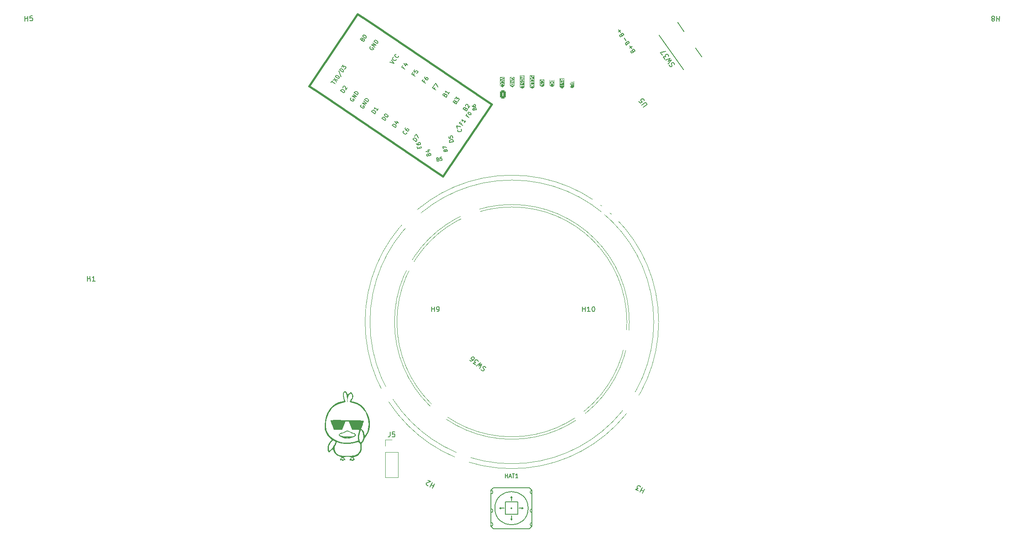
<source format=gbr>
%TF.GenerationSoftware,KiCad,Pcbnew,(6.0.4)*%
%TF.CreationDate,2023-01-07T23:56:25+01:00*%
%TF.ProjectId,Batreeq36,42617472-6565-4713-9336-2e6b69636164,rev?*%
%TF.SameCoordinates,Original*%
%TF.FileFunction,Legend,Top*%
%TF.FilePolarity,Positive*%
%FSLAX46Y46*%
G04 Gerber Fmt 4.6, Leading zero omitted, Abs format (unit mm)*
G04 Created by KiCad (PCBNEW (6.0.4)) date 2023-01-07 23:56:25*
%MOMM*%
%LPD*%
G01*
G04 APERTURE LIST*
G04 Aperture macros list*
%AMRoundRect*
0 Rectangle with rounded corners*
0 $1 Rounding radius*
0 $2 $3 $4 $5 $6 $7 $8 $9 X,Y pos of 4 corners*
0 Add a 4 corners polygon primitive as box body*
4,1,4,$2,$3,$4,$5,$6,$7,$8,$9,$2,$3,0*
0 Add four circle primitives for the rounded corners*
1,1,$1+$1,$2,$3*
1,1,$1+$1,$4,$5*
1,1,$1+$1,$6,$7*
1,1,$1+$1,$8,$9*
0 Add four rect primitives between the rounded corners*
20,1,$1+$1,$2,$3,$4,$5,0*
20,1,$1+$1,$4,$5,$6,$7,0*
20,1,$1+$1,$6,$7,$8,$9,0*
20,1,$1+$1,$8,$9,$2,$3,0*%
%AMHorizOval*
0 Thick line with rounded ends*
0 $1 width*
0 $2 $3 position (X,Y) of the first rounded end (center of the circle)*
0 $4 $5 position (X,Y) of the second rounded end (center of the circle)*
0 Add line between two ends*
20,1,$1,$2,$3,$4,$5,0*
0 Add two circle primitives to create the rounded ends*
1,1,$1,$2,$3*
1,1,$1,$4,$5*%
%AMRotRect*
0 Rectangle, with rotation*
0 The origin of the aperture is its center*
0 $1 length*
0 $2 width*
0 $3 Rotation angle, in degrees counterclockwise*
0 Add horizontal line*
21,1,$1,$2,0,0,$3*%
G04 Aperture macros list end*
%ADD10C,0.150000*%
%ADD11C,0.152400*%
%ADD12C,0.381000*%
%ADD13C,0.100000*%
%ADD14C,0.120000*%
%ADD15C,0.160000*%
%ADD16C,1.752600*%
%ADD17RoundRect,0.375000X0.829455X0.123000X0.399273X0.737364X-0.829455X-0.123000X-0.399273X-0.737364X0*%
%ADD18C,4.500000*%
%ADD19C,3.000000*%
%ADD20HorizOval,1.701800X-0.482963X0.129410X0.482963X-0.129410X0*%
%ADD21C,3.987800*%
%ADD22HorizOval,1.701800X-0.445503X-0.226995X0.445503X0.226995X0*%
%ADD23HorizOval,1.701800X-0.482963X-0.129410X0.482963X0.129410X0*%
%ADD24HorizOval,1.701800X-0.445503X0.226995X0.445503X-0.226995X0*%
%ADD25O,2.701800X1.701800*%
%ADD26HorizOval,1.701800X-0.463592X-0.187303X0.463592X0.187303X0*%
%ADD27C,3.200000*%
%ADD28C,4.200000*%
%ADD29C,2.400000*%
%ADD30C,2.100000*%
%ADD31RotRect,4.400000X4.400000X140.000000*%
%ADD32HorizOval,1.701800X-0.463592X0.187303X0.463592X-0.187303X0*%
%ADD33R,1.700000X1.700000*%
%ADD34O,1.700000X1.700000*%
%ADD35C,1.800000*%
%ADD36C,1.600000*%
%ADD37C,1.700000*%
%ADD38HorizOval,1.700000X0.000000X0.000000X0.000000X0.000000X0*%
%ADD39HorizOval,2.200000X0.532449X0.372825X-0.532449X-0.372825X0*%
%ADD40RotRect,1.500000X2.500000X125.000000*%
%ADD41HorizOval,1.500000X0.409576X0.286788X-0.409576X-0.286788X0*%
%ADD42R,1.400000X1.400000*%
%ADD43C,1.400000*%
%ADD44RoundRect,0.250000X-0.350000X-0.625000X0.350000X-0.625000X0.350000X0.625000X-0.350000X0.625000X0*%
%ADD45O,1.200000X1.750000*%
G04 APERTURE END LIST*
D10*
%TO.C,*%
%TO.C,H10*%
X237214340Y-122621818D02*
X237214340Y-121621818D01*
X237214340Y-122098009D02*
X237785769Y-122098009D01*
X237785769Y-122621818D02*
X237785769Y-121621818D01*
X238785769Y-122621818D02*
X238214340Y-122621818D01*
X238500055Y-122621818D02*
X238500055Y-121621818D01*
X238404816Y-121764676D01*
X238309578Y-121859914D01*
X238214340Y-121907533D01*
X239404816Y-121621818D02*
X239500055Y-121621818D01*
X239595293Y-121669438D01*
X239642912Y-121717057D01*
X239690531Y-121812295D01*
X239738150Y-122002771D01*
X239738150Y-122240866D01*
X239690531Y-122431342D01*
X239642912Y-122526580D01*
X239595293Y-122574199D01*
X239500055Y-122621818D01*
X239404816Y-122621818D01*
X239309578Y-122574199D01*
X239261959Y-122526580D01*
X239214340Y-122431342D01*
X239166721Y-122240866D01*
X239166721Y-122002771D01*
X239214340Y-121812295D01*
X239261959Y-121717057D01*
X239309578Y-121669438D01*
X239404816Y-121621818D01*
%TO.C,H8*%
X322451981Y-62252764D02*
X322417082Y-63252155D01*
X322433700Y-62776255D02*
X321862620Y-62756312D01*
X321880901Y-62232822D02*
X321846001Y-63232212D01*
X321242287Y-62782298D02*
X321335806Y-62833211D01*
X321381734Y-62882463D01*
X321426000Y-62979305D01*
X321424338Y-63026895D01*
X321373424Y-63120414D01*
X321324172Y-63166342D01*
X321227331Y-63210608D01*
X321036970Y-63203961D01*
X320943452Y-63153047D01*
X320897524Y-63103795D01*
X320853258Y-63006953D01*
X320854920Y-62959363D01*
X320905833Y-62865845D01*
X320955085Y-62819916D01*
X321051927Y-62775650D01*
X321242287Y-62782298D01*
X321339129Y-62738031D01*
X321388381Y-62692103D01*
X321439295Y-62598585D01*
X321445943Y-62408225D01*
X321401676Y-62311383D01*
X321355748Y-62262131D01*
X321262230Y-62211217D01*
X321071870Y-62204570D01*
X320975028Y-62248836D01*
X320925776Y-62294764D01*
X320874862Y-62388282D01*
X320868215Y-62578642D01*
X320912481Y-62675484D01*
X320958409Y-62724736D01*
X321051927Y-62775650D01*
%TO.C,U1*%
X207679375Y-91489915D02*
X207783898Y-91503555D01*
X207822980Y-91529915D01*
X207868421Y-91588997D01*
X207887502Y-91687160D01*
X207867502Y-91758962D01*
X207841141Y-91798043D01*
X207782060Y-91843484D01*
X207520292Y-91894367D01*
X207386726Y-91207228D01*
X207615772Y-91162706D01*
X207687574Y-91182706D01*
X207726656Y-91209067D01*
X207772097Y-91268148D01*
X207784818Y-91333590D01*
X207764817Y-91405392D01*
X207738457Y-91444473D01*
X207679375Y-91489915D01*
X207450329Y-91534437D01*
X208401074Y-91010058D02*
X208073865Y-91073661D01*
X208104747Y-91407231D01*
X208131108Y-91368150D01*
X208190189Y-91322708D01*
X208353794Y-91290907D01*
X208425596Y-91310907D01*
X208464677Y-91337267D01*
X208510119Y-91396349D01*
X208541920Y-91559954D01*
X208521920Y-91631756D01*
X208495559Y-91670837D01*
X208436478Y-91716278D01*
X208272873Y-91748080D01*
X208201071Y-91728080D01*
X208161990Y-91701719D01*
X212361625Y-85320761D02*
X212406289Y-85350888D01*
X212465491Y-85455805D01*
X212480029Y-85530595D01*
X212464440Y-85650050D01*
X212404187Y-85739379D01*
X212336666Y-85791312D01*
X212194353Y-85857783D01*
X212082167Y-85879590D01*
X211925317Y-85871270D01*
X211843258Y-85848412D01*
X211753929Y-85788160D01*
X211694727Y-85683243D01*
X211680189Y-85608452D01*
X211695778Y-85488997D01*
X211725904Y-85444333D01*
X211600231Y-85197103D02*
X211498466Y-84673569D01*
X212349188Y-84857480D01*
X213318307Y-81178041D02*
X213413797Y-81104596D01*
X213466682Y-81094317D01*
X213551149Y-81105339D01*
X213645897Y-81169247D01*
X213687759Y-81243435D01*
X213698039Y-81296320D01*
X213687016Y-81380787D01*
X213516595Y-81633446D01*
X212853365Y-81186092D01*
X213002483Y-80965015D01*
X213076671Y-80923153D01*
X213129556Y-80912873D01*
X213214023Y-80923896D01*
X213277188Y-80966501D01*
X213319050Y-81040689D01*
X213329330Y-81093574D01*
X213318307Y-81178041D01*
X213169189Y-81399118D01*
X213342581Y-80597049D02*
X213332302Y-80544164D01*
X213343324Y-80459697D01*
X213449837Y-80301785D01*
X213524025Y-80259923D01*
X213576910Y-80249643D01*
X213661377Y-80260666D01*
X213724542Y-80303271D01*
X213797987Y-80398761D01*
X213921344Y-81033381D01*
X214198278Y-80622810D01*
X213807411Y-82557988D02*
X213676933Y-82751430D01*
X213980913Y-82956467D02*
X213400587Y-82565032D01*
X213586985Y-82288687D01*
X213810662Y-81957072D02*
X213847941Y-81901802D01*
X213912856Y-81865173D01*
X213959130Y-81856178D01*
X214033039Y-81865823D01*
X214162217Y-81912748D01*
X214300390Y-82005946D01*
X214392288Y-82108140D01*
X214428918Y-82173054D01*
X214437913Y-82219328D01*
X214428268Y-82293237D01*
X214390988Y-82348507D01*
X214326074Y-82385136D01*
X214279800Y-82394131D01*
X214205891Y-82384486D01*
X214076713Y-82337561D01*
X213938540Y-82244363D01*
X213846641Y-82142169D01*
X213810012Y-82077255D01*
X213801017Y-82030980D01*
X213810662Y-81957072D01*
X185849984Y-75797642D02*
X186105615Y-75418653D01*
X186641030Y-76055502D02*
X185977800Y-75608148D01*
X186212128Y-75260741D02*
X187173595Y-75265942D01*
X186510365Y-74818588D02*
X186875358Y-75708096D01*
X186765996Y-74439599D02*
X186808601Y-74376435D01*
X186882788Y-74334572D01*
X186935673Y-74324293D01*
X187020141Y-74335315D01*
X187167773Y-74388943D01*
X187325685Y-74495456D01*
X187430712Y-74612249D01*
X187472574Y-74686437D01*
X187482854Y-74739322D01*
X187471831Y-74823789D01*
X187429226Y-74886954D01*
X187355038Y-74928816D01*
X187302153Y-74939096D01*
X187217686Y-74928073D01*
X187070054Y-74874445D01*
X186912142Y-74767932D01*
X186807115Y-74651139D01*
X186765253Y-74576952D01*
X186754973Y-74524067D01*
X186765996Y-74439599D01*
X187394793Y-73439243D02*
X187864071Y-74582896D01*
X188238724Y-73686823D02*
X187575494Y-73239469D01*
X187682007Y-73081557D01*
X187777497Y-73008112D01*
X187883267Y-72987553D01*
X187967734Y-72998575D01*
X188115366Y-73052203D01*
X188210114Y-73116111D01*
X188315140Y-73232904D01*
X188357003Y-73307091D01*
X188377562Y-73412861D01*
X188345237Y-73528911D01*
X188238724Y-73686823D01*
X187980243Y-72639403D02*
X188257177Y-72228832D01*
X188360718Y-72620330D01*
X188424625Y-72525583D01*
X188498813Y-72483721D01*
X188551698Y-72473441D01*
X188636165Y-72484463D01*
X188794077Y-72590976D01*
X188835939Y-72665164D01*
X188846219Y-72718049D01*
X188835196Y-72802516D01*
X188707381Y-72992011D01*
X188633193Y-73033873D01*
X188580308Y-73044153D01*
X188457291Y-77905044D02*
X187794061Y-77457690D01*
X187900574Y-77299778D01*
X187996064Y-77226333D01*
X188101834Y-77205774D01*
X188186301Y-77216796D01*
X188333933Y-77270424D01*
X188428681Y-77334332D01*
X188533708Y-77451125D01*
X188575570Y-77525312D01*
X188596129Y-77631082D01*
X188563804Y-77747132D01*
X188457291Y-77905044D01*
X188283277Y-76868647D02*
X188272998Y-76815762D01*
X188284020Y-76731295D01*
X188390533Y-76573383D01*
X188464721Y-76531521D01*
X188517606Y-76521241D01*
X188602073Y-76532264D01*
X188665238Y-76574869D01*
X188738683Y-76670359D01*
X188862040Y-77304979D01*
X189138974Y-76894408D01*
X197846795Y-71638421D02*
X198659143Y-71864699D01*
X198145031Y-71196268D01*
X199149845Y-71000952D02*
X199160125Y-71053837D01*
X199127800Y-71169887D01*
X199085195Y-71233051D01*
X198989704Y-71306496D01*
X198883934Y-71327056D01*
X198799467Y-71316033D01*
X198651835Y-71262405D01*
X198557088Y-71198497D01*
X198452061Y-71081704D01*
X198410199Y-71007517D01*
X198389639Y-70901747D01*
X198421965Y-70785697D01*
X198464570Y-70722532D01*
X198560060Y-70649088D01*
X198612945Y-70638808D01*
X199597200Y-70337722D02*
X199607479Y-70390607D01*
X199575154Y-70506657D01*
X199532549Y-70569821D01*
X199437059Y-70643266D01*
X199331289Y-70663826D01*
X199246821Y-70652803D01*
X199099189Y-70599175D01*
X199004442Y-70535267D01*
X198899415Y-70418474D01*
X198857553Y-70344287D01*
X198836993Y-70238517D01*
X198869319Y-70122467D01*
X198911924Y-70059302D01*
X199007414Y-69985858D01*
X199060299Y-69975578D01*
X201284290Y-86005550D02*
X201294570Y-86058435D01*
X201262245Y-86174485D01*
X201219640Y-86237650D01*
X201124149Y-86311094D01*
X201018379Y-86331654D01*
X200933912Y-86320631D01*
X200786280Y-86267003D01*
X200691533Y-86203095D01*
X200586506Y-86086303D01*
X200544644Y-86012115D01*
X200524084Y-85906345D01*
X200556410Y-85790295D01*
X200599015Y-85727131D01*
X200694505Y-85653686D01*
X200747390Y-85643406D01*
X201067672Y-85032318D02*
X200982461Y-85158648D01*
X200971438Y-85243115D01*
X200981718Y-85296000D01*
X201033860Y-85423073D01*
X201138887Y-85539865D01*
X201391546Y-85710286D01*
X201476014Y-85721309D01*
X201528899Y-85711029D01*
X201603086Y-85669167D01*
X201688296Y-85542837D01*
X201699319Y-85458370D01*
X201689039Y-85405485D01*
X201647177Y-85331297D01*
X201489265Y-85224784D01*
X201404798Y-85213762D01*
X201351913Y-85224041D01*
X201277725Y-85265904D01*
X201192515Y-85392233D01*
X201181492Y-85476701D01*
X201191772Y-85529586D01*
X201233634Y-85603773D01*
X189920748Y-78915133D02*
X189846561Y-78956996D01*
X189782653Y-79051743D01*
X189750327Y-79167793D01*
X189770887Y-79273562D01*
X189812749Y-79347750D01*
X189917776Y-79464543D01*
X190012523Y-79528451D01*
X190160155Y-79582079D01*
X190244623Y-79593101D01*
X190350393Y-79572542D01*
X190445883Y-79499097D01*
X190488488Y-79435932D01*
X190520813Y-79319883D01*
X190510534Y-79266998D01*
X190289457Y-79117880D01*
X190204247Y-79244209D01*
X190765422Y-79025361D02*
X190102192Y-78578007D01*
X191021053Y-78646373D01*
X190357823Y-78199018D01*
X191234079Y-78330549D02*
X190570848Y-77883195D01*
X190677361Y-77725283D01*
X190772852Y-77651838D01*
X190878621Y-77631279D01*
X190963089Y-77642301D01*
X191110721Y-77695929D01*
X191205468Y-77759837D01*
X191310495Y-77876630D01*
X191352357Y-77950817D01*
X191372917Y-78056587D01*
X191340591Y-78172637D01*
X191234079Y-78330549D01*
X196880313Y-83586444D02*
X196217083Y-83139090D01*
X196323596Y-82981178D01*
X196419086Y-82907733D01*
X196524856Y-82887174D01*
X196609323Y-82898196D01*
X196756955Y-82951824D01*
X196851703Y-83015732D01*
X196956730Y-83132525D01*
X196998592Y-83206712D01*
X197019151Y-83312482D01*
X196986826Y-83428532D01*
X196880313Y-83586444D01*
X196749648Y-82349530D02*
X196792253Y-82286365D01*
X196866440Y-82244503D01*
X196919325Y-82234223D01*
X197003793Y-82245246D01*
X197151425Y-82298874D01*
X197309337Y-82405387D01*
X197414364Y-82522180D01*
X197456226Y-82596367D01*
X197466506Y-82649252D01*
X197455483Y-82733720D01*
X197412878Y-82796884D01*
X197338690Y-82838747D01*
X197285805Y-82849026D01*
X197201338Y-82838004D01*
X197053706Y-82784376D01*
X196895794Y-82677863D01*
X196790767Y-82561070D01*
X196748905Y-82486882D01*
X196738625Y-82433997D01*
X196749648Y-82349530D01*
X212521025Y-84094703D02*
X212371907Y-84315780D01*
X212719313Y-84550108D02*
X212056083Y-84102754D01*
X212269109Y-83786930D01*
X213337088Y-83634219D02*
X213081457Y-84013208D01*
X213209272Y-83823714D02*
X212546042Y-83376359D01*
X212598184Y-83503432D01*
X212618744Y-83609202D01*
X212607721Y-83693669D01*
X203865476Y-89223710D02*
X203814593Y-88961943D01*
X204204135Y-88769799D02*
X204276824Y-89143752D01*
X203491523Y-89296399D01*
X203418833Y-88922446D01*
X203287993Y-88249330D02*
X203317069Y-88398911D01*
X203369002Y-88466433D01*
X203413666Y-88496560D01*
X203540390Y-88549543D01*
X203697240Y-88557863D01*
X203996403Y-88499712D01*
X204063924Y-88447779D01*
X204094051Y-88403114D01*
X204116908Y-88321055D01*
X204087833Y-88171474D01*
X204035899Y-88103952D01*
X203991235Y-88073825D01*
X203909176Y-88050968D01*
X203722199Y-88087313D01*
X203654677Y-88139246D01*
X203624551Y-88183910D01*
X203601693Y-88265970D01*
X203630769Y-88415551D01*
X203682702Y-88483073D01*
X203727366Y-88513199D01*
X203809426Y-88536056D01*
X209195519Y-89654688D02*
X209209159Y-89550165D01*
X209235519Y-89511083D01*
X209294601Y-89465642D01*
X209392764Y-89446561D01*
X209464566Y-89466561D01*
X209503647Y-89492922D01*
X209549088Y-89552003D01*
X209599971Y-89813771D01*
X208912832Y-89947337D01*
X208868310Y-89718291D01*
X208888310Y-89646489D01*
X208914671Y-89607407D01*
X208973752Y-89561966D01*
X209039194Y-89549245D01*
X209110996Y-89569246D01*
X209150077Y-89595606D01*
X209195519Y-89654688D01*
X209240041Y-89883734D01*
X208791986Y-89325640D02*
X208702942Y-88867547D01*
X209447324Y-89028469D01*
X207032995Y-76869617D02*
X206883877Y-77090694D01*
X207231283Y-77325022D02*
X206568053Y-76877668D01*
X206781079Y-76561844D01*
X206908894Y-76372350D02*
X207207130Y-75930197D01*
X207678637Y-76661792D01*
X204927239Y-75449267D02*
X204778121Y-75670344D01*
X205125527Y-75904672D02*
X204462297Y-75457318D01*
X204675323Y-75141494D01*
X205037467Y-74604594D02*
X204952256Y-74730923D01*
X204941234Y-74815391D01*
X204951513Y-74868276D01*
X205003655Y-74995348D01*
X205108682Y-75112141D01*
X205361341Y-75282562D01*
X205445809Y-75293584D01*
X205498694Y-75283305D01*
X205572881Y-75241442D01*
X205658092Y-75115113D01*
X205669114Y-75030645D01*
X205658835Y-74977761D01*
X205616972Y-74903573D01*
X205459060Y-74797060D01*
X205374593Y-74786037D01*
X205321708Y-74796317D01*
X205247521Y-74838179D01*
X205162310Y-74964509D01*
X205151287Y-75048976D01*
X205161567Y-75101861D01*
X205203429Y-75176049D01*
X211212551Y-79757691D02*
X211308041Y-79684246D01*
X211360926Y-79673967D01*
X211445393Y-79684989D01*
X211540141Y-79748897D01*
X211582003Y-79823085D01*
X211592283Y-79875970D01*
X211581260Y-79960437D01*
X211410839Y-80213096D01*
X210747609Y-79765742D01*
X210896727Y-79544665D01*
X210970915Y-79502803D01*
X211023800Y-79492523D01*
X211108267Y-79503546D01*
X211171432Y-79546151D01*
X211213294Y-79620339D01*
X211223574Y-79673224D01*
X211212551Y-79757691D01*
X211063433Y-79978768D01*
X211152358Y-79165676D02*
X211429292Y-78755105D01*
X211532833Y-79146603D01*
X211596740Y-79051856D01*
X211670928Y-79009993D01*
X211723813Y-78999714D01*
X211808280Y-79010736D01*
X211966192Y-79117249D01*
X212008054Y-79191437D01*
X212018334Y-79244322D01*
X212007311Y-79328789D01*
X211879496Y-79518284D01*
X211805308Y-79560146D01*
X211752423Y-79570426D01*
X192026503Y-80335483D02*
X191952316Y-80377346D01*
X191888408Y-80472093D01*
X191856082Y-80588143D01*
X191876642Y-80693912D01*
X191918504Y-80768100D01*
X192023531Y-80884893D01*
X192118278Y-80948801D01*
X192265910Y-81002429D01*
X192350378Y-81013451D01*
X192456148Y-80992892D01*
X192551638Y-80919447D01*
X192594243Y-80856282D01*
X192626568Y-80740233D01*
X192616289Y-80687348D01*
X192395212Y-80538230D01*
X192310002Y-80664559D01*
X192871177Y-80445711D02*
X192207947Y-79998357D01*
X193126808Y-80066723D01*
X192463578Y-79619368D01*
X193339834Y-79750899D02*
X192676603Y-79303545D01*
X192783116Y-79145633D01*
X192878607Y-79072188D01*
X192984376Y-79051629D01*
X193068844Y-79062651D01*
X193216476Y-79116279D01*
X193311223Y-79180187D01*
X193416250Y-79296980D01*
X193458112Y-79371167D01*
X193478672Y-79476937D01*
X193446346Y-79592987D01*
X193339834Y-79750899D01*
X209106796Y-78337341D02*
X209202286Y-78263896D01*
X209255171Y-78253617D01*
X209339638Y-78264639D01*
X209434386Y-78328547D01*
X209476248Y-78402735D01*
X209486528Y-78455620D01*
X209475505Y-78540087D01*
X209305084Y-78792746D01*
X208641854Y-78345392D01*
X208790972Y-78124315D01*
X208865160Y-78082453D01*
X208918045Y-78072173D01*
X209002512Y-78083196D01*
X209065677Y-78125801D01*
X209107539Y-78199989D01*
X209117819Y-78252874D01*
X209106796Y-78337341D01*
X208957678Y-78558418D01*
X209986767Y-77782110D02*
X209731136Y-78161098D01*
X209858951Y-77971604D02*
X209195721Y-77524250D01*
X209247863Y-77651322D01*
X209268423Y-77757092D01*
X209257400Y-77841560D01*
X192260753Y-66974541D02*
X192356243Y-66901096D01*
X192409128Y-66890817D01*
X192493595Y-66901839D01*
X192588343Y-66965747D01*
X192630205Y-67039935D01*
X192640485Y-67092820D01*
X192629462Y-67177287D01*
X192459041Y-67429946D01*
X191795811Y-66982592D01*
X191944929Y-66761515D01*
X192019117Y-66719653D01*
X192072002Y-66709373D01*
X192156469Y-66720396D01*
X192219634Y-66763001D01*
X192261496Y-66837189D01*
X192271776Y-66890074D01*
X192260753Y-66974541D01*
X192111635Y-67195618D01*
X192328376Y-66193032D02*
X192370981Y-66129867D01*
X192445168Y-66088005D01*
X192498053Y-66077725D01*
X192582521Y-66088748D01*
X192730153Y-66142376D01*
X192888065Y-66248889D01*
X192993092Y-66365682D01*
X193034954Y-66439869D01*
X193045234Y-66492754D01*
X193034211Y-66577222D01*
X192991606Y-66640386D01*
X192917418Y-66682249D01*
X192864533Y-66692528D01*
X192780066Y-66681506D01*
X192632434Y-66627878D01*
X192474522Y-66521365D01*
X192369495Y-66404572D01*
X192327633Y-66330384D01*
X192317353Y-66277499D01*
X192328376Y-66193032D01*
X198986068Y-85006794D02*
X198322838Y-84559440D01*
X198429351Y-84401528D01*
X198524841Y-84328083D01*
X198630611Y-84307524D01*
X198715078Y-84318546D01*
X198862710Y-84372174D01*
X198957458Y-84436082D01*
X199062485Y-84552875D01*
X199104347Y-84627062D01*
X199124906Y-84732832D01*
X199092581Y-84848882D01*
X198986068Y-85006794D01*
X199182992Y-83761086D02*
X199625146Y-84059323D01*
X198823820Y-83748578D02*
X199191043Y-84226028D01*
X199467977Y-83815457D01*
X210850907Y-87859357D02*
X210065605Y-88012004D01*
X210029261Y-87825028D01*
X210044849Y-87705573D01*
X210105102Y-87616245D01*
X210172624Y-87564311D01*
X210314936Y-87497840D01*
X210427122Y-87476034D01*
X210583973Y-87484353D01*
X210666032Y-87507211D01*
X210755361Y-87567464D01*
X210814563Y-87672381D01*
X210850907Y-87859357D01*
X209840269Y-86852750D02*
X209912958Y-87226703D01*
X210294180Y-87191409D01*
X210249516Y-87161283D01*
X210197583Y-87093761D01*
X210161238Y-86906784D01*
X210184096Y-86824725D01*
X210214222Y-86780060D01*
X210281744Y-86728127D01*
X210468721Y-86691783D01*
X210550780Y-86714640D01*
X210595444Y-86744767D01*
X210647378Y-86812288D01*
X210683722Y-86999265D01*
X210660865Y-87081324D01*
X210630738Y-87125989D01*
X194774557Y-82166094D02*
X194111327Y-81718740D01*
X194217840Y-81560828D01*
X194313330Y-81487383D01*
X194419100Y-81466824D01*
X194503567Y-81477846D01*
X194651199Y-81531474D01*
X194745947Y-81595382D01*
X194850974Y-81712175D01*
X194892836Y-81786362D01*
X194913395Y-81892132D01*
X194881070Y-82008182D01*
X194774557Y-82166094D01*
X195456240Y-81155458D02*
X195200609Y-81534446D01*
X195328424Y-81344952D02*
X194665194Y-80897598D01*
X194717336Y-81024670D01*
X194737896Y-81130440D01*
X194726873Y-81214908D01*
X203197579Y-87847494D02*
X202534349Y-87400140D01*
X202640862Y-87242228D01*
X202736352Y-87168783D01*
X202842122Y-87148224D01*
X202926589Y-87159246D01*
X203074221Y-87212874D01*
X203168969Y-87276782D01*
X203273996Y-87393575D01*
X203315858Y-87467762D01*
X203336417Y-87573532D01*
X203304092Y-87689582D01*
X203197579Y-87847494D01*
X202939098Y-86800074D02*
X203237334Y-86357921D01*
X203708841Y-87089517D01*
X215129694Y-81160921D02*
X215143334Y-81056398D01*
X215169694Y-81017316D01*
X215228776Y-80971875D01*
X215326939Y-80952794D01*
X215398741Y-80972794D01*
X215437822Y-80999155D01*
X215483263Y-81058236D01*
X215534146Y-81320004D01*
X214847007Y-81453570D01*
X214802485Y-81224524D01*
X214822485Y-81152722D01*
X214848846Y-81113640D01*
X214907927Y-81068199D01*
X214973369Y-81055478D01*
X215045171Y-81075479D01*
X215084252Y-81101839D01*
X215129694Y-81160921D01*
X215174216Y-81389967D01*
X214656198Y-80471943D02*
X214681639Y-80602826D01*
X214727080Y-80661908D01*
X214766162Y-80688269D01*
X214877045Y-80734629D01*
X215014289Y-80741909D01*
X215276056Y-80691027D01*
X215335138Y-80645585D01*
X215361498Y-80606504D01*
X215381499Y-80534702D01*
X215356057Y-80403818D01*
X215310616Y-80344737D01*
X215271535Y-80318376D01*
X215199733Y-80298376D01*
X215036128Y-80330177D01*
X214977046Y-80375619D01*
X214950686Y-80414700D01*
X214930686Y-80486502D01*
X214956127Y-80617386D01*
X215001568Y-80676467D01*
X215040649Y-80702828D01*
X215112452Y-80722828D01*
X193922497Y-68440035D02*
X193848310Y-68481898D01*
X193784402Y-68576645D01*
X193752076Y-68692695D01*
X193772636Y-68798464D01*
X193814498Y-68872652D01*
X193919525Y-68989445D01*
X194014272Y-69053353D01*
X194161904Y-69106981D01*
X194246372Y-69118003D01*
X194352142Y-69097444D01*
X194447632Y-69023999D01*
X194490237Y-68960834D01*
X194522562Y-68844785D01*
X194512283Y-68791900D01*
X194291206Y-68642782D01*
X194205996Y-68769111D01*
X194767171Y-68550263D02*
X194103941Y-68102909D01*
X195022802Y-68171275D01*
X194359572Y-67723920D01*
X195235828Y-67855451D02*
X194572597Y-67408097D01*
X194679110Y-67250185D01*
X194774601Y-67176740D01*
X194880370Y-67156181D01*
X194964838Y-67167203D01*
X195112470Y-67220831D01*
X195207217Y-67284739D01*
X195312244Y-67401532D01*
X195354106Y-67475719D01*
X195374666Y-67581489D01*
X195342340Y-67697539D01*
X195235828Y-67855451D01*
X202821484Y-74028917D02*
X202672366Y-74249994D01*
X203019772Y-74484322D02*
X202356542Y-74036968D01*
X202569568Y-73721144D01*
X202953014Y-73152661D02*
X202739988Y-73468485D01*
X203034510Y-73713093D01*
X203024230Y-73660208D01*
X203035253Y-73575741D01*
X203141766Y-73417829D01*
X203215953Y-73375967D01*
X203268838Y-73365687D01*
X203353305Y-73376710D01*
X203511217Y-73483223D01*
X203553080Y-73557411D01*
X203563359Y-73610295D01*
X203552337Y-73694763D01*
X203445824Y-73852675D01*
X203371636Y-73894537D01*
X203318751Y-73904817D01*
X205774811Y-90512111D02*
X205790400Y-90392656D01*
X205820526Y-90347992D01*
X205888048Y-90296059D01*
X206000234Y-90274252D01*
X206082294Y-90297110D01*
X206126958Y-90327236D01*
X206178891Y-90394758D01*
X206237042Y-90693920D01*
X205451740Y-90846567D01*
X205400858Y-90584800D01*
X205423716Y-90502741D01*
X205453842Y-90458076D01*
X205521364Y-90406143D01*
X205596154Y-90391605D01*
X205678214Y-90414463D01*
X205722878Y-90444589D01*
X205774811Y-90512111D01*
X205825694Y-90773878D01*
X205495440Y-89673825D02*
X206018975Y-89572061D01*
X205232622Y-89918953D02*
X205829897Y-89996896D01*
X205735401Y-89510757D01*
X200715728Y-72608567D02*
X200566610Y-72829644D01*
X200914016Y-73063972D02*
X200250786Y-72616618D01*
X200463812Y-72300794D01*
X201047032Y-71913012D02*
X201489186Y-72211248D01*
X200687860Y-71900503D02*
X201055083Y-72377954D01*
X201332017Y-71967383D01*
%TO.C,J4*%
X247456914Y-69332675D02*
X247422568Y-69217207D01*
X247431923Y-69164151D01*
X247472484Y-69089244D01*
X247566102Y-69023692D01*
X247650364Y-69011197D01*
X247703420Y-69020552D01*
X247778327Y-69061113D01*
X247953131Y-69310760D01*
X247297810Y-69769621D01*
X247144856Y-69551180D01*
X247132361Y-69466918D01*
X247141716Y-69413862D01*
X247182277Y-69338955D01*
X247244689Y-69295254D01*
X247328951Y-69282759D01*
X247382007Y-69292114D01*
X247456914Y-69332675D01*
X247609868Y-69551115D01*
X247244624Y-68830242D02*
X246895015Y-68330950D01*
X247319466Y-68405792D02*
X246820173Y-68755400D01*
X246309761Y-67694370D02*
X246275415Y-67578902D01*
X246284770Y-67525846D01*
X246325331Y-67450939D01*
X246418949Y-67385387D01*
X246503211Y-67372892D01*
X246556267Y-67382247D01*
X246631174Y-67422808D01*
X246805978Y-67672455D01*
X246150657Y-68131316D01*
X245997703Y-67912875D01*
X245985208Y-67828613D01*
X245994563Y-67775557D01*
X246035124Y-67700650D01*
X246097536Y-67656949D01*
X246181798Y-67644454D01*
X246234854Y-67653809D01*
X246309761Y-67694370D01*
X246462715Y-67912810D01*
X246097471Y-67191937D02*
X245747862Y-66692645D01*
X245162608Y-66056066D02*
X245128262Y-65940598D01*
X245137617Y-65887542D01*
X245178178Y-65812635D01*
X245271796Y-65747083D01*
X245356058Y-65734588D01*
X245409114Y-65743943D01*
X245484021Y-65784504D01*
X245658825Y-66034151D01*
X245003504Y-66493012D01*
X244850550Y-66274571D01*
X244838055Y-66190309D01*
X244847410Y-66137253D01*
X244887971Y-66062346D01*
X244950383Y-66018645D01*
X245034645Y-66006150D01*
X245087701Y-66015505D01*
X245162608Y-66056066D01*
X245315562Y-66274506D01*
X244950318Y-65553633D02*
X244600709Y-65054341D01*
X245025160Y-65129183D02*
X244525867Y-65478791D01*
%TO.C,H9*%
X206369437Y-122621818D02*
X206369437Y-121621818D01*
X206369437Y-122098009D02*
X206940865Y-122098009D01*
X206940865Y-122621818D02*
X206940865Y-121621818D01*
X207464675Y-122621818D02*
X207655151Y-122621818D01*
X207750389Y-122574199D01*
X207798008Y-122526580D01*
X207893246Y-122383723D01*
X207940865Y-122193247D01*
X207940865Y-121812295D01*
X207893246Y-121717057D01*
X207845627Y-121669438D01*
X207750389Y-121621818D01*
X207559913Y-121621818D01*
X207464675Y-121669438D01*
X207417056Y-121717057D01*
X207369437Y-121812295D01*
X207369437Y-122050390D01*
X207417056Y-122145628D01*
X207464675Y-122193247D01*
X207559913Y-122240866D01*
X207750389Y-122240866D01*
X207845627Y-122193247D01*
X207893246Y-122145628D01*
X207940865Y-122050390D01*
%TO.C,H3*%
X249938053Y-158901846D02*
X249438053Y-159767872D01*
X249676148Y-159355479D02*
X249181276Y-159069765D01*
X249443181Y-158616132D02*
X248943181Y-159482158D01*
X248613267Y-159291681D02*
X248077156Y-158982158D01*
X248556307Y-158818910D01*
X248432589Y-158747481D01*
X248373920Y-158658623D01*
X248356490Y-158593574D01*
X248362870Y-158487286D01*
X248481918Y-158281089D01*
X248570776Y-158222420D01*
X248635825Y-158204991D01*
X248742113Y-158211370D01*
X248989549Y-158354227D01*
X249048218Y-158443086D01*
X249065648Y-158508135D01*
%TO.C,SW36*%
X217510401Y-134135192D02*
X217431575Y-134006887D01*
X217249184Y-133853843D01*
X217145618Y-133829103D01*
X217078531Y-133834972D01*
X216980835Y-133877320D01*
X216919617Y-133950277D01*
X216894877Y-134053842D01*
X216900747Y-134120929D01*
X216943094Y-134218626D01*
X217058399Y-134377540D01*
X217100746Y-134475236D01*
X217106616Y-134542323D01*
X217081876Y-134645889D01*
X217020658Y-134718845D01*
X216922962Y-134761193D01*
X216855875Y-134767062D01*
X216752309Y-134742323D01*
X216569918Y-134589278D01*
X216491092Y-134460973D01*
X216205135Y-134283189D02*
X216665531Y-133364100D01*
X216060483Y-133788839D01*
X216373704Y-133119228D01*
X215548525Y-133732228D01*
X215329655Y-133548574D02*
X214855437Y-133150658D01*
X215355657Y-133073094D01*
X215246222Y-132981268D01*
X215203874Y-132883571D01*
X215198005Y-132816484D01*
X215222744Y-132712919D01*
X215375789Y-132530527D01*
X215473485Y-132488179D01*
X215540573Y-132482310D01*
X215644138Y-132507050D01*
X215863008Y-132690703D01*
X215905356Y-132788399D01*
X215911225Y-132855487D01*
X214198828Y-132599697D02*
X214344741Y-132722133D01*
X214448306Y-132746873D01*
X214515394Y-132741003D01*
X214680177Y-132692786D01*
X214839091Y-132577482D01*
X215083963Y-132285656D01*
X215108702Y-132182090D01*
X215102833Y-132115003D01*
X215060485Y-132017307D01*
X214914572Y-131894871D01*
X214811006Y-131870131D01*
X214743919Y-131876001D01*
X214646223Y-131918348D01*
X214493178Y-132100740D01*
X214468439Y-132204305D01*
X214474308Y-132271393D01*
X214516656Y-132369089D01*
X214662569Y-132491525D01*
X214766135Y-132516264D01*
X214833222Y-132510395D01*
X214930918Y-132468047D01*
%TO.C,H2*%
X207015748Y-157850674D02*
X206546277Y-158733622D01*
X206769835Y-158313171D02*
X206265293Y-158044901D01*
X206511207Y-157582405D02*
X206041735Y-158465353D01*
X205708041Y-158180060D02*
X205643640Y-158199750D01*
X205537194Y-158197083D01*
X205326968Y-158085304D01*
X205265234Y-157998547D01*
X205245545Y-157934147D01*
X205248211Y-157827701D01*
X205292923Y-157743610D01*
X205402035Y-157639831D01*
X206174846Y-157403559D01*
X205628259Y-157112933D01*
%TO.C,J5*%
X197887102Y-147256818D02*
X197887102Y-147971104D01*
X197839483Y-148113961D01*
X197744245Y-148209199D01*
X197601388Y-148256818D01*
X197506150Y-148256818D01*
X198839483Y-147256818D02*
X198363293Y-147256818D01*
X198315674Y-147733009D01*
X198363293Y-147685390D01*
X198458531Y-147637771D01*
X198696626Y-147637771D01*
X198791864Y-147685390D01*
X198839483Y-147733009D01*
X198887102Y-147828247D01*
X198887102Y-148066342D01*
X198839483Y-148161580D01*
X198791864Y-148209199D01*
X198696626Y-148256818D01*
X198458531Y-148256818D01*
X198363293Y-148209199D01*
X198315674Y-148161580D01*
D11*
%TO.C,HAT1*%
X221430089Y-156605796D02*
X221430089Y-155792996D01*
X221430089Y-156180043D02*
X221894547Y-156180043D01*
X221894547Y-156605796D02*
X221894547Y-155792996D01*
X222242889Y-156373567D02*
X222629937Y-156373567D01*
X222165480Y-156605796D02*
X222436413Y-155792996D01*
X222707347Y-156605796D01*
X222862166Y-155792996D02*
X223326623Y-155792996D01*
X223094394Y-156605796D02*
X223094394Y-155792996D01*
X224023308Y-156605796D02*
X223558851Y-156605796D01*
X223791080Y-156605796D02*
X223791080Y-155792996D01*
X223713670Y-155909110D01*
X223636261Y-155986520D01*
X223558851Y-156025224D01*
D10*
%TO.C,H1*%
X136029439Y-116432615D02*
X135994539Y-115433224D01*
X136011158Y-115909125D02*
X136582239Y-115889182D01*
X136600519Y-116412672D02*
X136565620Y-115413282D01*
X137599910Y-116377773D02*
X137028830Y-116397715D01*
X137314370Y-116387744D02*
X137279470Y-115388353D01*
X137189276Y-115534447D01*
X137097420Y-115632951D01*
X137003901Y-115683865D01*
%TO.C,U5*%
X249665998Y-80869823D02*
X250312513Y-80382639D01*
X250359915Y-80287293D01*
X250369288Y-80220605D01*
X250350002Y-80115887D01*
X250235371Y-79963766D01*
X250140025Y-79916363D01*
X250073337Y-79906991D01*
X249968618Y-79926276D01*
X249322104Y-80413460D01*
X248748947Y-79652855D02*
X249035525Y-80033157D01*
X249444486Y-79784609D01*
X249377798Y-79775237D01*
X249282452Y-79727834D01*
X249139162Y-79537683D01*
X249119877Y-79432964D01*
X249129249Y-79366276D01*
X249176652Y-79270930D01*
X249366803Y-79127641D01*
X249471522Y-79108355D01*
X249538210Y-79117728D01*
X249633556Y-79165130D01*
X249776845Y-79355282D01*
X249796131Y-79460000D01*
X249786758Y-79526688D01*
%TO.C,SW37*%
X256007995Y-72129957D02*
X255965063Y-71985622D01*
X255828497Y-71790586D01*
X255734864Y-71739884D01*
X255668543Y-71728190D01*
X255563216Y-71743809D01*
X255485201Y-71798436D01*
X255434500Y-71892069D01*
X255422806Y-71958390D01*
X255438425Y-72063717D01*
X255508670Y-72247059D01*
X255524289Y-72352387D01*
X255512595Y-72418707D01*
X255461894Y-72512341D01*
X255383879Y-72566967D01*
X255278552Y-72582586D01*
X255212231Y-72570892D01*
X255118598Y-72520191D01*
X254982032Y-72325155D01*
X254939100Y-72180820D01*
X254708900Y-71935082D02*
X255391487Y-71166470D01*
X254697125Y-71420138D01*
X255172981Y-70854412D01*
X254217263Y-71232952D01*
X254053384Y-70998909D02*
X253698313Y-70491815D01*
X254201563Y-70546360D01*
X254119624Y-70429338D01*
X254104005Y-70324011D01*
X254115699Y-70257690D01*
X254166400Y-70164057D01*
X254361436Y-70027491D01*
X254466764Y-70011872D01*
X254533084Y-70023566D01*
X254626718Y-70074267D01*
X254790597Y-70308311D01*
X254806216Y-70413638D01*
X254794522Y-70479959D01*
X253507121Y-70218764D02*
X253124737Y-69672663D01*
X254189707Y-69450151D01*
%TO.C,H5*%
X123255335Y-63220000D02*
X123220435Y-62220609D01*
X123237054Y-62696510D02*
X123808135Y-62676567D01*
X123826415Y-63200057D02*
X123791516Y-62200667D01*
X124743317Y-62167429D02*
X124267416Y-62184048D01*
X124236445Y-62661610D01*
X124282373Y-62612358D01*
X124375891Y-62561444D01*
X124613841Y-62553135D01*
X124710683Y-62597401D01*
X124759935Y-62643329D01*
X124810849Y-62736848D01*
X124819159Y-62974798D01*
X124774892Y-63071640D01*
X124728964Y-63120892D01*
X124635446Y-63171805D01*
X124397496Y-63180115D01*
X124300654Y-63135849D01*
X124251402Y-63089920D01*
%TO.C,kibuzzard-639A2CA8*%
G36*
X231420617Y-75227391D02*
G01*
X231420617Y-76416031D01*
X230986436Y-76705485D01*
X230552255Y-76416031D01*
X230552255Y-76160444D01*
X230601864Y-76160444D01*
X230605882Y-76225482D01*
X230617938Y-76282483D01*
X230653061Y-76366422D01*
X230768552Y-76329512D01*
X230742358Y-76269386D01*
X230729261Y-76174731D01*
X230746079Y-76089750D01*
X230796531Y-76032452D01*
X230847927Y-76008308D01*
X230912419Y-75993822D01*
X230990008Y-75988994D01*
X231056683Y-75993012D01*
X231111452Y-76005067D01*
X231189438Y-76046739D01*
X231231109Y-76105080D01*
X231243611Y-76172350D01*
X231231109Y-76261052D01*
X231200749Y-76327131D01*
X231317430Y-76365231D01*
X231331717Y-76340823D01*
X231349577Y-76300937D01*
X231364459Y-76245573D01*
X231371008Y-76174731D01*
X231364608Y-76104931D01*
X231345409Y-76040786D01*
X231313858Y-75983636D01*
X231270400Y-75934820D01*
X231215482Y-75895083D01*
X231149552Y-75865169D01*
X231073054Y-75846416D01*
X230986436Y-75840166D01*
X230899446Y-75845300D01*
X230823023Y-75860704D01*
X230757166Y-75886377D01*
X230701877Y-75922319D01*
X230646314Y-75985290D01*
X230612977Y-76064665D01*
X230601864Y-76160444D01*
X230552255Y-76160444D01*
X230552255Y-75434162D01*
X230607817Y-75434162D01*
X230613026Y-75506046D01*
X230628653Y-75571680D01*
X230655591Y-75629871D01*
X230694733Y-75679431D01*
X230746674Y-75719764D01*
X230812009Y-75750273D01*
X230891632Y-75769472D01*
X230986436Y-75775872D01*
X231079156Y-75770068D01*
X231157291Y-75752655D01*
X231221882Y-75724824D01*
X231273972Y-75687766D01*
X231313709Y-75641480D01*
X231341242Y-75585967D01*
X231357316Y-75522715D01*
X231362674Y-75453212D01*
X231359102Y-75371059D01*
X231344814Y-75277000D01*
X230625677Y-75277000D01*
X230611984Y-75357367D01*
X230607817Y-75434162D01*
X230552255Y-75434162D01*
X230552255Y-75227391D01*
X231420617Y-75227391D01*
G37*
G36*
X231234681Y-75444878D02*
G01*
X231235277Y-75466309D01*
X231214441Y-75546081D01*
X231159077Y-75594897D01*
X231079305Y-75619900D01*
X230986436Y-75627044D01*
X230933900Y-75624811D01*
X230885828Y-75618114D01*
X230806652Y-75588348D01*
X230754264Y-75533580D01*
X230735214Y-75449641D01*
X230735214Y-75436544D01*
X230736405Y-75423447D01*
X231231705Y-75423447D01*
X231234681Y-75444878D01*
G37*
%TO.C,kibuzzard-639A2C18*%
G36*
X223292617Y-74657280D02*
G01*
X223292617Y-76478142D01*
X222858436Y-76767596D01*
X222424255Y-76478142D01*
X222424255Y-76086823D01*
X222479817Y-76086823D01*
X222485026Y-76158707D01*
X222500653Y-76224341D01*
X222527591Y-76282532D01*
X222566733Y-76332092D01*
X222618674Y-76372425D01*
X222684009Y-76402934D01*
X222763632Y-76422133D01*
X222858436Y-76428533D01*
X222951156Y-76422728D01*
X223029291Y-76405316D01*
X223093882Y-76377485D01*
X223145972Y-76340427D01*
X223185709Y-76294141D01*
X223213242Y-76238628D01*
X223229316Y-76175376D01*
X223234674Y-76105873D01*
X223231102Y-76023720D01*
X223216814Y-75929661D01*
X222497677Y-75929661D01*
X222483984Y-76010028D01*
X222479817Y-76086823D01*
X222424255Y-76086823D01*
X222424255Y-75810598D01*
X222489342Y-75810598D01*
X223226339Y-75810598D01*
X223226339Y-75678439D01*
X222772711Y-75678439D01*
X222819145Y-75657454D01*
X222872724Y-75632600D01*
X222930766Y-75604620D01*
X222990595Y-75574259D01*
X223051466Y-75542261D01*
X223112634Y-75509370D01*
X223171719Y-75476033D01*
X223226339Y-75442695D01*
X223226339Y-75324823D01*
X222489342Y-75324823D01*
X222489342Y-75456983D01*
X222978689Y-75456983D01*
X222896999Y-75501234D01*
X222815441Y-75543502D01*
X222734016Y-75583784D01*
X222652590Y-75622083D01*
X222571032Y-75658397D01*
X222489342Y-75692727D01*
X222489342Y-75810598D01*
X222424255Y-75810598D01*
X222424255Y-75008117D01*
X222473864Y-75008117D01*
X222476841Y-75080894D01*
X222485770Y-75142062D01*
X222507202Y-75223620D01*
X222875105Y-75223620D01*
X222875105Y-75077173D01*
X222606024Y-75077173D01*
X222602452Y-75048598D01*
X222601261Y-75020023D01*
X222616888Y-74948884D01*
X222663769Y-74897389D01*
X222713180Y-74874238D01*
X222778069Y-74860347D01*
X222858436Y-74855717D01*
X222913056Y-74858247D01*
X222962616Y-74865837D01*
X223043578Y-74899175D01*
X223096561Y-74958111D01*
X223115611Y-75046217D01*
X223102514Y-75124798D01*
X223072749Y-75189092D01*
X223189430Y-75227192D01*
X223203717Y-75202784D01*
X223221577Y-75161708D01*
X223236459Y-75102772D01*
X223243008Y-75025977D01*
X223236906Y-74961385D01*
X223218600Y-74900961D01*
X223188090Y-74846490D01*
X223145377Y-74799758D01*
X223090757Y-74761360D01*
X223024528Y-74731892D01*
X222946989Y-74713140D01*
X222858436Y-74706889D01*
X222768990Y-74712247D01*
X222691153Y-74728320D01*
X222625073Y-74754216D01*
X222570900Y-74789042D01*
X222528633Y-74832351D01*
X222498272Y-74883697D01*
X222479966Y-74942484D01*
X222473864Y-75008117D01*
X222424255Y-75008117D01*
X222424255Y-74657280D01*
X223292617Y-74657280D01*
G37*
G36*
X223106681Y-76097539D02*
G01*
X223107277Y-76118970D01*
X223086441Y-76198742D01*
X223031077Y-76247558D01*
X222951305Y-76272561D01*
X222858436Y-76279705D01*
X222805900Y-76277472D01*
X222757828Y-76270775D01*
X222678652Y-76241009D01*
X222626264Y-76186241D01*
X222607214Y-76102302D01*
X222607214Y-76089205D01*
X222608405Y-76076108D01*
X223103705Y-76076108D01*
X223106681Y-76097539D01*
G37*
%TO.C,kibuzzard-639A2CB2*%
G36*
X233266681Y-75146031D02*
G01*
X233267277Y-75166272D01*
X233260431Y-75218957D01*
X233239892Y-75260331D01*
X233204769Y-75287120D01*
X233154167Y-75296050D01*
X233071419Y-75262712D01*
X233049541Y-75218957D01*
X233042249Y-75154366D01*
X233042249Y-75122219D01*
X233263705Y-75122219D01*
X233266681Y-75146031D01*
G37*
G36*
X233452617Y-74926162D02*
G01*
X233452617Y-76717259D01*
X233018436Y-77006714D01*
X232584255Y-76717259D01*
X232584255Y-76473578D01*
X232649342Y-76473578D01*
X233264895Y-76473578D01*
X233264895Y-76667650D01*
X233386339Y-76667650D01*
X233386339Y-76131869D01*
X233264895Y-76131869D01*
X233264895Y-76325941D01*
X232649342Y-76325941D01*
X232649342Y-76473578D01*
X232584255Y-76473578D01*
X232584255Y-75783016D01*
X232633864Y-75783016D01*
X232640148Y-75866558D01*
X232659000Y-75934622D01*
X232690419Y-75987208D01*
X232758731Y-76037661D01*
X232850558Y-76054478D01*
X232906071Y-76049418D01*
X232951166Y-76034237D01*
X233017841Y-75982445D01*
X233060703Y-75913389D01*
X233089874Y-75841356D01*
X233107733Y-75795517D01*
X233129759Y-75753845D01*
X233158334Y-75723484D01*
X233195839Y-75711578D01*
X233242803Y-75724543D01*
X233270981Y-75763436D01*
X233280374Y-75828259D01*
X233268467Y-75912198D01*
X233239892Y-75978278D01*
X233353002Y-76021141D01*
X233387530Y-75936011D01*
X233399138Y-75881093D01*
X233403008Y-75817544D01*
X233396526Y-75744585D01*
X233377079Y-75682871D01*
X233344667Y-75632402D01*
X233275016Y-75581949D01*
X233182742Y-75565131D01*
X233095231Y-75584181D01*
X233036295Y-75632402D01*
X232997005Y-75697291D01*
X232969620Y-75766347D01*
X232948784Y-75816353D01*
X232923781Y-75861597D01*
X232892230Y-75894934D01*
X232851749Y-75908031D01*
X232816625Y-75902673D01*
X232785669Y-75883028D01*
X232764238Y-75844333D01*
X232756499Y-75783016D01*
X232760666Y-75723633D01*
X232773167Y-75674073D01*
X232808886Y-75597278D01*
X232689824Y-75554416D01*
X232653509Y-75636569D01*
X232638775Y-75700565D01*
X232633864Y-75783016D01*
X232584255Y-75783016D01*
X232584255Y-75493694D01*
X232649342Y-75493694D01*
X232727328Y-75459761D01*
X232809481Y-75418684D01*
X232888063Y-75374631D01*
X232956524Y-75331769D01*
X232990159Y-75383859D01*
X233036295Y-75418684D01*
X233091659Y-75438330D01*
X233152977Y-75444878D01*
X233210871Y-75439967D01*
X233260728Y-75425233D01*
X233336333Y-75368678D01*
X233362229Y-75328197D01*
X233380386Y-75280572D01*
X233391102Y-75226398D01*
X233394674Y-75166272D01*
X233393483Y-75124600D01*
X233390506Y-75074594D01*
X233384553Y-75022802D01*
X233375624Y-74975772D01*
X232649342Y-74975772D01*
X232649342Y-75122219D01*
X232920805Y-75122219D01*
X232920805Y-75198419D01*
X232853386Y-75238751D01*
X232786859Y-75276405D01*
X232719440Y-75310486D01*
X232649342Y-75340103D01*
X232649342Y-75493694D01*
X232584255Y-75493694D01*
X232584255Y-74926162D01*
X233452617Y-74926162D01*
G37*
%TO.C,kibuzzard-639A2CBD*%
G36*
X235477474Y-75489130D02*
G01*
X235477474Y-76667055D01*
X235050436Y-76951746D01*
X234623398Y-76667055D01*
X234623398Y-76617445D01*
X234682533Y-76617445D01*
X234803977Y-76617445D01*
X234803977Y-76301930D01*
X235419530Y-76301930D01*
X235419530Y-76154292D01*
X234682533Y-76154292D01*
X234682533Y-76617445D01*
X234623398Y-76617445D01*
X234623398Y-75743527D01*
X234673008Y-75743527D01*
X234675836Y-75802314D01*
X234684319Y-75857231D01*
X234699499Y-75906642D01*
X234722419Y-75948909D01*
X234793856Y-76010227D01*
X234844011Y-76027193D01*
X234905180Y-76032848D01*
X234955186Y-76026151D01*
X235002811Y-76006059D01*
X235044483Y-75967215D01*
X235076630Y-75904261D01*
X235140923Y-75972722D01*
X235184381Y-75991921D01*
X235233792Y-75998320D01*
X235302848Y-75987605D01*
X235365356Y-75947123D01*
X235410600Y-75864970D01*
X235423548Y-75804844D01*
X235427864Y-75729239D01*
X235422506Y-75630417D01*
X235410005Y-75538739D01*
X234694439Y-75538739D01*
X234685063Y-75590234D01*
X234678366Y-75642323D01*
X234674347Y-75693818D01*
X234673008Y-75743527D01*
X234623398Y-75743527D01*
X234623398Y-75489130D01*
X235477474Y-75489130D01*
G37*
G36*
X235005192Y-75763767D02*
G01*
X234981975Y-75854850D01*
X234905180Y-75888783D01*
X234852197Y-75876877D01*
X234820050Y-75846516D01*
X234804572Y-75804248D01*
X234800405Y-75755433D01*
X234801595Y-75719119D01*
X234805167Y-75685186D01*
X235005192Y-75685186D01*
X235005192Y-75763767D01*
G37*
G36*
X235299277Y-75717333D02*
G01*
X235300467Y-75751861D01*
X235297491Y-75791152D01*
X235285584Y-75824489D01*
X235260581Y-75847111D01*
X235218314Y-75855445D01*
X235151044Y-75826870D01*
X235126636Y-75742336D01*
X235126636Y-75685186D01*
X235295705Y-75685186D01*
X235299277Y-75717333D01*
G37*
D12*
%TO.C,U1*%
X218622859Y-80229300D02*
X193353793Y-63185100D01*
X183411343Y-77925388D02*
X208680409Y-94969588D01*
X181305588Y-76505038D02*
X183411343Y-77925388D01*
X193353793Y-63185100D02*
X191248038Y-61764750D01*
X208680409Y-94969588D02*
X218622859Y-80229300D01*
X191248038Y-61764750D02*
X181305588Y-76505038D01*
%TO.C,kibuzzard-639A2C9D*%
G36*
X229388617Y-75216675D02*
G01*
X229388617Y-76426747D01*
X228954436Y-76716201D01*
X228520255Y-76426747D01*
X228520255Y-76105675D01*
X228569864Y-76105675D01*
X228576148Y-76189217D01*
X228595000Y-76257281D01*
X228626419Y-76309867D01*
X228694731Y-76360320D01*
X228786558Y-76377137D01*
X228842071Y-76372077D01*
X228887166Y-76356897D01*
X228953841Y-76305105D01*
X228996703Y-76236048D01*
X229025874Y-76164016D01*
X229043733Y-76118177D01*
X229065759Y-76076505D01*
X229094334Y-76046144D01*
X229131839Y-76034237D01*
X229178803Y-76047202D01*
X229206981Y-76086096D01*
X229216374Y-76150919D01*
X229204467Y-76234858D01*
X229175892Y-76300937D01*
X229289002Y-76343800D01*
X229323530Y-76258670D01*
X229335138Y-76203753D01*
X229339008Y-76140203D01*
X229332526Y-76067244D01*
X229313079Y-76005530D01*
X229280667Y-75955061D01*
X229211016Y-75904608D01*
X229118742Y-75887791D01*
X229031231Y-75906841D01*
X228972295Y-75955061D01*
X228933005Y-76019950D01*
X228905620Y-76089006D01*
X228884784Y-76139012D01*
X228859781Y-76184256D01*
X228828230Y-76217594D01*
X228787749Y-76230691D01*
X228752625Y-76225333D01*
X228721669Y-76205687D01*
X228700238Y-76166992D01*
X228692499Y-76105675D01*
X228696666Y-76046293D01*
X228709167Y-75996733D01*
X228744886Y-75919937D01*
X228625824Y-75877075D01*
X228589509Y-75959228D01*
X228574775Y-76023224D01*
X228569864Y-76105675D01*
X228520255Y-76105675D01*
X228520255Y-75586562D01*
X228569864Y-75586562D01*
X228573882Y-75651600D01*
X228585938Y-75708602D01*
X228621061Y-75792541D01*
X228736552Y-75755631D01*
X228710358Y-75695505D01*
X228697261Y-75600850D01*
X228714079Y-75515869D01*
X228764531Y-75458570D01*
X228815927Y-75434427D01*
X228880419Y-75419941D01*
X228958008Y-75415112D01*
X229024683Y-75419131D01*
X229079452Y-75431186D01*
X229157438Y-75472858D01*
X229199109Y-75531198D01*
X229211611Y-75598469D01*
X229199109Y-75687170D01*
X229168749Y-75753250D01*
X229285430Y-75791350D01*
X229299717Y-75766942D01*
X229317577Y-75727056D01*
X229332459Y-75671692D01*
X229339008Y-75600850D01*
X229332608Y-75531050D01*
X229313409Y-75466905D01*
X229281858Y-75409755D01*
X229238400Y-75360939D01*
X229183482Y-75321202D01*
X229117552Y-75291287D01*
X229041054Y-75272535D01*
X228954436Y-75266284D01*
X228867446Y-75271419D01*
X228791023Y-75286823D01*
X228725166Y-75312495D01*
X228669877Y-75348437D01*
X228614314Y-75411408D01*
X228580977Y-75490783D01*
X228569864Y-75586562D01*
X228520255Y-75586562D01*
X228520255Y-75216675D01*
X229388617Y-75216675D01*
G37*
%TO.C,G1*%
G36*
X188140659Y-148388732D02*
G01*
X187996936Y-148319357D01*
X187663739Y-148143940D01*
X187468280Y-148006255D01*
X187388097Y-147889172D01*
X187387327Y-147883332D01*
X187563566Y-147883332D01*
X187579991Y-147904215D01*
X187760419Y-147999075D01*
X188070684Y-148076982D01*
X188471923Y-148135588D01*
X188925270Y-148172543D01*
X189391861Y-148185501D01*
X189832832Y-148172111D01*
X190209318Y-148130027D01*
X190431103Y-148076492D01*
X190658453Y-147966898D01*
X190717153Y-147851679D01*
X190607742Y-147732136D01*
X190330761Y-147609573D01*
X190222759Y-147574742D01*
X189921246Y-147464848D01*
X189664271Y-147339804D01*
X189539969Y-147253767D01*
X189278358Y-147106788D01*
X188993303Y-147123988D01*
X188766294Y-147251507D01*
X188563465Y-147370071D01*
X188276433Y-147491166D01*
X188101082Y-147548952D01*
X187771068Y-147665896D01*
X187588788Y-147779475D01*
X187563566Y-147883332D01*
X187387327Y-147883332D01*
X187383103Y-147851311D01*
X187462203Y-147664228D01*
X187677344Y-147503251D01*
X187995281Y-147390346D01*
X188114981Y-147367701D01*
X188411117Y-147279380D01*
X188691709Y-147131432D01*
X188710953Y-147117571D01*
X189009231Y-146952478D01*
X189276628Y-146942780D01*
X189550617Y-147088951D01*
X189599876Y-147128771D01*
X189811841Y-147268876D01*
X190008357Y-147340120D01*
X190035432Y-147342297D01*
X190223033Y-147377824D01*
X190479183Y-147465104D01*
X190585344Y-147510211D01*
X190815755Y-147633304D01*
X190915915Y-147747195D01*
X190924011Y-147859538D01*
X190848154Y-148036559D01*
X190769769Y-148108221D01*
X190368440Y-148308709D01*
X190062378Y-148440776D01*
X189800124Y-148520528D01*
X189530217Y-148564071D01*
X189245769Y-148585213D01*
X188909689Y-148596388D01*
X188659578Y-148577180D01*
X188426285Y-148512868D01*
X188366666Y-148486957D01*
X188930480Y-148486957D01*
X189036854Y-148500241D01*
X189161103Y-148502711D01*
X189344224Y-148496106D01*
X189394493Y-148479220D01*
X189351603Y-148466019D01*
X189104885Y-148452012D01*
X188970603Y-148466019D01*
X188930480Y-148486957D01*
X188366666Y-148486957D01*
X188214587Y-148420862D01*
X188520491Y-148420862D01*
X188603714Y-148434420D01*
X188713528Y-148418854D01*
X188714839Y-148389952D01*
X188601522Y-148369740D01*
X188552561Y-148383268D01*
X188520491Y-148420862D01*
X188214587Y-148420862D01*
X188140659Y-148388732D01*
G37*
G36*
X189753769Y-152697126D02*
G01*
X189899976Y-152547770D01*
X189923373Y-152443976D01*
X189812449Y-152378726D01*
X189555693Y-152345002D01*
X189161103Y-152335771D01*
X188825544Y-152343128D01*
X188565379Y-152362833D01*
X188418378Y-152391341D01*
X188399103Y-152407316D01*
X188455715Y-152511825D01*
X188568436Y-152632105D01*
X188703823Y-152799273D01*
X188733669Y-152934432D01*
X188657375Y-152998359D01*
X188573904Y-152990002D01*
X188417296Y-153004836D01*
X188364894Y-153064794D01*
X188263392Y-153173615D01*
X188142649Y-153138488D01*
X188091649Y-153056988D01*
X188011522Y-152976476D01*
X187888205Y-153014655D01*
X187719375Y-153088359D01*
X187649335Y-153052153D01*
X187637103Y-152929155D01*
X187678409Y-152820363D01*
X187839472Y-152820363D01*
X187934021Y-152815013D01*
X188005715Y-152769385D01*
X188105855Y-152726266D01*
X188173640Y-152826597D01*
X188186069Y-152863153D01*
X188237039Y-152985459D01*
X188274079Y-152952813D01*
X188286381Y-152911964D01*
X188380947Y-152808047D01*
X188467907Y-152814012D01*
X188539661Y-152820785D01*
X188478066Y-152745850D01*
X188430466Y-152703486D01*
X188279321Y-152542819D01*
X188204317Y-152420438D01*
X188166279Y-152347725D01*
X188151787Y-152438626D01*
X188078179Y-152589704D01*
X187968518Y-152678319D01*
X187850862Y-152767092D01*
X187839472Y-152820363D01*
X187678409Y-152820363D01*
X187703694Y-152753766D01*
X187806436Y-152654789D01*
X187950667Y-152528727D01*
X187938699Y-152421998D01*
X187765813Y-152328193D01*
X187515575Y-152259730D01*
X187062222Y-152075457D01*
X186690205Y-151757616D01*
X186426777Y-151333105D01*
X186349390Y-151108752D01*
X186248120Y-150730114D01*
X186032445Y-150867204D01*
X185818363Y-151034234D01*
X185626589Y-151225533D01*
X185436408Y-151446771D01*
X185256994Y-151235105D01*
X185126423Y-150960197D01*
X185105154Y-150698370D01*
X185351885Y-150698370D01*
X185359453Y-150923880D01*
X185396446Y-151052467D01*
X185420622Y-151065771D01*
X185513055Y-151011262D01*
X185686854Y-150868745D01*
X185859816Y-150710217D01*
X186549965Y-150710217D01*
X186631907Y-151089963D01*
X186733182Y-151326523D01*
X186910742Y-151598260D01*
X187134566Y-151807055D01*
X187425617Y-151959006D01*
X187804855Y-152060209D01*
X188293242Y-152116762D01*
X188911739Y-152134763D01*
X189482901Y-152126379D01*
X189965481Y-152109554D01*
X190317041Y-152085922D01*
X190575890Y-152049745D01*
X190780339Y-151995288D01*
X190968696Y-151916814D01*
X191006901Y-151898182D01*
X191380602Y-151622764D01*
X191653177Y-151233952D01*
X191812581Y-150762358D01*
X191846770Y-150238595D01*
X191797210Y-149889402D01*
X191712189Y-149581522D01*
X191603987Y-149403970D01*
X191437726Y-149340192D01*
X191178527Y-149373635D01*
X190886865Y-149457358D01*
X190210211Y-149612397D01*
X189453763Y-149689918D01*
X188689852Y-149686779D01*
X187990808Y-149599835D01*
X187925652Y-149586056D01*
X187591756Y-149506955D01*
X187310101Y-149430668D01*
X187131840Y-149371280D01*
X187111489Y-149361836D01*
X187009506Y-149339780D01*
X186937763Y-149428283D01*
X186880388Y-149606810D01*
X186790337Y-149863884D01*
X186682797Y-150073617D01*
X186667860Y-150094721D01*
X186561000Y-150360548D01*
X186549965Y-150710217D01*
X185859816Y-150710217D01*
X185892107Y-150680621D01*
X186122833Y-150421269D01*
X186347490Y-150104804D01*
X186537946Y-149778627D01*
X186666068Y-149490137D01*
X186704942Y-149311112D01*
X186637382Y-149204448D01*
X186472391Y-149086904D01*
X186459823Y-149080269D01*
X186311462Y-149013181D01*
X186201651Y-149016155D01*
X186078701Y-149108760D01*
X185911414Y-149287876D01*
X185705539Y-149548661D01*
X185532590Y-149823363D01*
X185480027Y-149931225D01*
X185414742Y-150152948D01*
X185371172Y-150425028D01*
X185351885Y-150698370D01*
X185105154Y-150698370D01*
X185096883Y-150596559D01*
X185159051Y-150183897D01*
X185303603Y-149761913D01*
X185521217Y-149370315D01*
X185761551Y-149086346D01*
X186018175Y-148842588D01*
X185559680Y-148423550D01*
X185083124Y-147878575D01*
X184823977Y-147441129D01*
X184703822Y-147187931D01*
X184624761Y-146980153D01*
X184578433Y-146770653D01*
X184556475Y-146512288D01*
X184550522Y-146157913D01*
X184551052Y-145902592D01*
X184554176Y-145858771D01*
X184810377Y-145858771D01*
X184814081Y-146271949D01*
X184835503Y-146572014D01*
X184884365Y-146815000D01*
X184970386Y-147056939D01*
X185049525Y-147237316D01*
X185392985Y-147798183D01*
X185877709Y-148307903D01*
X186478800Y-148747960D01*
X187171364Y-149099838D01*
X187860493Y-149327906D01*
X188339467Y-149405310D01*
X188919995Y-149433185D01*
X189542469Y-149413975D01*
X190147284Y-149350125D01*
X190674833Y-149244078D01*
X190799920Y-149207369D01*
X191380404Y-149021418D01*
X191326976Y-148583094D01*
X191336146Y-148119886D01*
X191582562Y-148119886D01*
X191584391Y-148522427D01*
X191631849Y-148883179D01*
X191724456Y-149143227D01*
X191731815Y-149154918D01*
X191884824Y-149388438D01*
X192082965Y-149202294D01*
X192222811Y-149006389D01*
X192343638Y-148730203D01*
X192378545Y-148609981D01*
X192433402Y-148054021D01*
X192340942Y-147510836D01*
X192164362Y-147116835D01*
X192040928Y-146925724D01*
X191969888Y-146866454D01*
X191923328Y-146921784D01*
X191909527Y-146959438D01*
X191836124Y-147150135D01*
X191731923Y-147393586D01*
X191717713Y-147425105D01*
X191626843Y-147734473D01*
X191582562Y-148119886D01*
X191336146Y-148119886D01*
X191338777Y-147986961D01*
X191407263Y-147679105D01*
X191519077Y-147298191D01*
X191578926Y-147052733D01*
X191568641Y-146912261D01*
X191470055Y-146846304D01*
X191265001Y-146824393D01*
X190935311Y-146816058D01*
X190891867Y-146814702D01*
X190148869Y-146790105D01*
X189802043Y-145943438D01*
X189455216Y-145096771D01*
X188794672Y-145096771D01*
X188100924Y-146790105D01*
X187248868Y-146814069D01*
X186396811Y-146838034D01*
X186042170Y-145897630D01*
X185908160Y-145523027D01*
X185807240Y-145203051D01*
X185749386Y-144972209D01*
X185743953Y-144865930D01*
X185822293Y-144841500D01*
X186027650Y-144823824D01*
X186367124Y-144812832D01*
X186847816Y-144808458D01*
X187476828Y-144810633D01*
X188261259Y-144819289D01*
X189149301Y-144833320D01*
X189885291Y-144847052D01*
X190567058Y-144861378D01*
X191176334Y-144875795D01*
X191694847Y-144889799D01*
X192104327Y-144902884D01*
X192386505Y-144914547D01*
X192523109Y-144924282D01*
X192532967Y-144926747D01*
X192521313Y-145016005D01*
X192461956Y-145228467D01*
X192365499Y-145528356D01*
X192288689Y-145751065D01*
X192009670Y-146540641D01*
X192234412Y-146765384D01*
X192396193Y-146995052D01*
X192543812Y-147322955D01*
X192601857Y-147503399D01*
X192744559Y-148016673D01*
X192957078Y-147703923D01*
X193219694Y-147246536D01*
X193384180Y-146770827D01*
X193464838Y-146224385D01*
X193479103Y-145790985D01*
X193409917Y-144882725D01*
X193208516Y-144046033D01*
X192884136Y-143293522D01*
X192446013Y-142637801D01*
X191903383Y-142091482D01*
X191265480Y-141667176D01*
X190541542Y-141377494D01*
X190185399Y-141293522D01*
X189856099Y-141216886D01*
X189684802Y-141122657D01*
X189660524Y-140982459D01*
X189772279Y-140767914D01*
X189909102Y-140579817D01*
X190086753Y-140257959D01*
X190134769Y-139921762D01*
X190100780Y-139600300D01*
X189996908Y-139430991D01*
X189820293Y-139410485D01*
X189727140Y-139443877D01*
X189513244Y-139627352D01*
X189347541Y-139942348D01*
X189244474Y-140354448D01*
X189217935Y-140657229D01*
X189199050Y-140973102D01*
X189169704Y-141130504D01*
X189136346Y-141139452D01*
X189105421Y-141009963D01*
X189083376Y-140752052D01*
X189076436Y-140437385D01*
X189050712Y-139897492D01*
X188975460Y-139493552D01*
X188853560Y-139234599D01*
X188687891Y-139129668D01*
X188659036Y-139127771D01*
X188497187Y-139202431D01*
X188435609Y-139332512D01*
X188425007Y-139550944D01*
X188460647Y-139872726D01*
X188532264Y-140241580D01*
X188629590Y-140601231D01*
X188705679Y-140812938D01*
X188777223Y-141006251D01*
X188802806Y-141117722D01*
X188800469Y-141125293D01*
X188711976Y-141152959D01*
X188500340Y-141203872D01*
X188208414Y-141267822D01*
X188157733Y-141278453D01*
X187351576Y-141516943D01*
X186663724Y-141874323D01*
X186086512Y-142356319D01*
X185612275Y-142968660D01*
X185407085Y-143334001D01*
X185101330Y-144034215D01*
X184911885Y-144713789D01*
X184822589Y-145441105D01*
X184810377Y-145858771D01*
X184554176Y-145858771D01*
X184620358Y-144930477D01*
X184814632Y-144039972D01*
X185126706Y-143241485D01*
X185549411Y-142545424D01*
X186075580Y-141962197D01*
X186698045Y-141502214D01*
X187409638Y-141175883D01*
X187896686Y-141044374D01*
X188167253Y-140983683D01*
X188363887Y-140929318D01*
X188433357Y-140899739D01*
X188437440Y-140800508D01*
X188401847Y-140590424D01*
X188354656Y-140393834D01*
X188250640Y-139875489D01*
X188234915Y-139449109D01*
X188306761Y-139134744D01*
X188404888Y-138995535D01*
X188545121Y-138892416D01*
X188672492Y-138897199D01*
X188807055Y-138964322D01*
X189014419Y-139137818D01*
X189145799Y-139323940D01*
X189257495Y-139556291D01*
X189512128Y-139342031D01*
X189722238Y-139183201D01*
X189871672Y-139143878D01*
X190019115Y-139223457D01*
X190138618Y-139335589D01*
X190308767Y-139617958D01*
X190352146Y-139968878D01*
X190269027Y-140344947D01*
X190130584Y-140607549D01*
X190007257Y-140800208D01*
X189942608Y-140923139D01*
X189940084Y-140943661D01*
X190029731Y-140969751D01*
X190235957Y-141018827D01*
X190449784Y-141066251D01*
X191203145Y-141312316D01*
X191877771Y-141703449D01*
X192464918Y-142230526D01*
X192955842Y-142884423D01*
X193341799Y-143656016D01*
X193557920Y-144309440D01*
X193733582Y-145190381D01*
X193776126Y-146008833D01*
X193687524Y-146753164D01*
X193469749Y-147411743D01*
X193124774Y-147972940D01*
X192893989Y-148224112D01*
X192729933Y-148415012D01*
X192638944Y-148588720D01*
X192632436Y-148629651D01*
X192590426Y-148824248D01*
X192486338Y-149068068D01*
X192353088Y-149299029D01*
X192223591Y-149455046D01*
X192180250Y-149482549D01*
X192119301Y-149547857D01*
X192083172Y-149705209D01*
X192067866Y-149982734D01*
X192067533Y-150276158D01*
X192063028Y-150684180D01*
X192033091Y-150980598D01*
X191968622Y-151222352D01*
X191885347Y-151416153D01*
X191595652Y-151828577D01*
X191195181Y-152128809D01*
X190718608Y-152291061D01*
X190706269Y-152293086D01*
X190449737Y-152363487D01*
X190355269Y-152463706D01*
X190425430Y-152588874D01*
X190515769Y-152654789D01*
X190651160Y-152790456D01*
X190675710Y-152925248D01*
X190586946Y-153006801D01*
X190532703Y-153013105D01*
X190341150Y-153069354D01*
X190273003Y-153118938D01*
X190168565Y-153173823D01*
X190063384Y-153085978D01*
X190052531Y-153071538D01*
X189941444Y-152978629D01*
X189883900Y-153008038D01*
X189767043Y-153091126D01*
X189640244Y-153072675D01*
X189584436Y-152969942D01*
X189620467Y-152880443D01*
X189791137Y-152880443D01*
X189805542Y-152890238D01*
X189867796Y-152845209D01*
X189997456Y-152772131D01*
X190084205Y-152833523D01*
X190118892Y-152890104D01*
X190193758Y-152999600D01*
X190231043Y-152963157D01*
X190243002Y-152911964D01*
X190329056Y-152806900D01*
X190415240Y-152810891D01*
X190474111Y-152808823D01*
X190386936Y-152725822D01*
X190367603Y-152711204D01*
X190223860Y-152559835D01*
X190170418Y-152431278D01*
X190156365Y-152342908D01*
X190117571Y-152419720D01*
X190117309Y-152420438D01*
X190030974Y-152572674D01*
X189891159Y-152756542D01*
X189791137Y-152880443D01*
X189620467Y-152880443D01*
X189644187Y-152821524D01*
X189753769Y-152697126D01*
G37*
%TO.C,kibuzzard-639A2C93*%
G36*
X227356617Y-74357837D02*
G01*
X227356617Y-76777584D01*
X226922436Y-77067039D01*
X226488255Y-76777584D01*
X226488255Y-76727975D01*
X226553342Y-76727975D01*
X226606474Y-76708627D01*
X226661094Y-76683922D01*
X226715863Y-76654900D01*
X226769441Y-76622605D01*
X226820786Y-76587630D01*
X226868858Y-76550572D01*
X226912613Y-76512770D01*
X226951011Y-76475562D01*
X226994766Y-76511728D01*
X227040308Y-76546405D01*
X227086296Y-76579296D01*
X227131391Y-76610103D01*
X227175146Y-76638232D01*
X227217116Y-76663086D01*
X227290339Y-76702972D01*
X227290339Y-76537475D01*
X227218902Y-76501756D01*
X227139130Y-76454727D01*
X227058167Y-76400553D01*
X226984349Y-76345784D01*
X227290339Y-76345784D01*
X227290339Y-76199337D01*
X226553342Y-76199337D01*
X226553342Y-76345784D01*
X226890289Y-76345784D01*
X226823019Y-76408292D01*
X226781645Y-76440290D01*
X226737294Y-76470800D01*
X226690859Y-76499226D01*
X226643234Y-76524973D01*
X226553342Y-76562478D01*
X226553342Y-76727975D01*
X226488255Y-76727975D01*
X226488255Y-76098134D01*
X226553342Y-76098134D01*
X226674786Y-76098134D01*
X226674786Y-75782619D01*
X227290339Y-75782619D01*
X227290339Y-75634981D01*
X226553342Y-75634981D01*
X226553342Y-76098134D01*
X226488255Y-76098134D01*
X226488255Y-75307559D01*
X226537864Y-75307559D01*
X226541882Y-75372597D01*
X226553938Y-75429598D01*
X226589061Y-75513537D01*
X226704552Y-75476628D01*
X226678358Y-75416502D01*
X226665261Y-75321847D01*
X226682079Y-75236866D01*
X226732531Y-75179567D01*
X226783927Y-75155424D01*
X226848419Y-75140938D01*
X226926008Y-75136109D01*
X226992683Y-75140128D01*
X227047452Y-75152183D01*
X227125438Y-75193855D01*
X227167109Y-75252195D01*
X227179611Y-75319466D01*
X227167109Y-75408167D01*
X227136749Y-75474247D01*
X227253430Y-75512347D01*
X227267717Y-75487939D01*
X227285577Y-75448053D01*
X227300459Y-75392689D01*
X227307008Y-75321847D01*
X227300608Y-75252046D01*
X227281409Y-75187902D01*
X227249858Y-75130752D01*
X227206400Y-75081936D01*
X227151482Y-75042199D01*
X227085552Y-75012284D01*
X227009054Y-74993532D01*
X226922436Y-74987281D01*
X226835446Y-74992416D01*
X226759023Y-75007820D01*
X226693166Y-75033492D01*
X226637877Y-75069434D01*
X226582314Y-75132405D01*
X226548977Y-75211780D01*
X226537864Y-75307559D01*
X226488255Y-75307559D01*
X226488255Y-74636047D01*
X226537864Y-74636047D01*
X226544148Y-74719589D01*
X226563000Y-74787653D01*
X226594419Y-74840239D01*
X226662731Y-74890692D01*
X226754558Y-74907509D01*
X226810071Y-74902449D01*
X226855166Y-74887269D01*
X226921841Y-74835477D01*
X226964703Y-74766420D01*
X226993874Y-74694387D01*
X227011733Y-74648548D01*
X227033759Y-74606877D01*
X227062334Y-74576516D01*
X227099839Y-74564609D01*
X227146803Y-74577574D01*
X227174981Y-74616468D01*
X227184374Y-74681291D01*
X227172467Y-74765230D01*
X227143892Y-74831309D01*
X227257002Y-74874172D01*
X227291530Y-74789042D01*
X227303138Y-74734125D01*
X227307008Y-74670575D01*
X227300526Y-74597616D01*
X227281079Y-74535902D01*
X227248667Y-74485433D01*
X227179016Y-74434980D01*
X227086742Y-74418162D01*
X226999231Y-74437212D01*
X226940295Y-74485433D01*
X226901005Y-74550322D01*
X226873620Y-74619378D01*
X226852784Y-74669384D01*
X226827781Y-74714628D01*
X226796230Y-74747966D01*
X226755749Y-74761062D01*
X226720625Y-74755705D01*
X226689669Y-74736059D01*
X226668238Y-74697364D01*
X226660499Y-74636047D01*
X226664666Y-74576664D01*
X226677167Y-74527105D01*
X226712886Y-74450309D01*
X226593824Y-74407447D01*
X226557509Y-74489600D01*
X226542775Y-74553596D01*
X226537864Y-74636047D01*
X226488255Y-74636047D01*
X226488255Y-74357837D01*
X227356617Y-74357837D01*
G37*
D13*
%TO.C,SW36*%
X246278846Y-124744080D02*
G75*
G03*
X246278846Y-124744080I-23493500J0D01*
G01*
X246785347Y-124744080D02*
G75*
G03*
X246785347Y-124744080I-24000001J0D01*
G01*
X251785346Y-124744080D02*
G75*
G03*
X251785346Y-124744080I-29000000J0D01*
G01*
X252785346Y-124744080D02*
G75*
G03*
X252785346Y-124744080I-30000000J0D01*
G01*
D14*
%TO.C,J5*%
X196890436Y-156544438D02*
X199550436Y-156544438D01*
X196890436Y-150134438D02*
X196890436Y-148804438D01*
X196890436Y-148804438D02*
X198220436Y-148804438D01*
X196890436Y-151404438D02*
X199550436Y-151404438D01*
X196890436Y-151404438D02*
X196890436Y-156544438D01*
X199550436Y-151404438D02*
X199550436Y-156544438D01*
D15*
%TO.C,HAT1*%
X220548347Y-162969101D02*
X220294347Y-162842101D01*
X225120347Y-162842101D02*
X224866347Y-162969101D01*
X222707347Y-165255101D02*
X222580347Y-165001101D01*
X222707347Y-164366101D02*
X222707347Y-165255101D01*
X222707347Y-160429101D02*
X222834347Y-160683101D01*
X218516347Y-159159101D02*
X219024347Y-158651101D01*
X223977347Y-161572101D02*
X221437347Y-161572101D01*
X219024347Y-167033101D02*
X218516347Y-166525101D01*
X224866347Y-162969101D02*
X224866347Y-162715101D01*
X220548347Y-162715101D02*
X220548347Y-162969101D01*
X222707347Y-161318101D02*
X222707347Y-160429101D01*
X222580347Y-165001101D02*
X222834347Y-165001101D01*
X222834347Y-165001101D02*
X222707347Y-165255101D01*
X220294347Y-162842101D02*
X220548347Y-162715101D01*
X222834347Y-160683101D02*
X222580347Y-160683101D01*
X226898347Y-166525101D02*
X226390347Y-167033101D01*
X221437347Y-161572101D02*
X221437347Y-164112101D01*
X218516347Y-166525101D02*
X218516347Y-159159101D01*
X219024347Y-158651101D02*
X226390347Y-158651101D01*
X224866347Y-162715101D02*
X225120347Y-162842101D01*
X226390347Y-167033101D02*
X219024347Y-167033101D01*
X221183347Y-162842101D02*
X220294347Y-162842101D01*
X223977347Y-164112101D02*
X223977347Y-161572101D01*
X226898347Y-159159101D02*
X226898347Y-166525101D01*
X224231347Y-162842101D02*
X225120347Y-162842101D01*
X221437347Y-164112101D02*
X223977347Y-164112101D01*
X222580347Y-160683101D02*
X222707347Y-160429101D01*
X226390347Y-158651101D02*
X226898347Y-159159101D01*
X218516347Y-163731101D02*
G75*
G03*
X218516347Y-162969101I0J381000D01*
G01*
X218516347Y-159921101D02*
G75*
G03*
X218516347Y-159159101I0J381000D01*
G01*
X226898347Y-162969101D02*
G75*
G03*
X226898347Y-163731101I0J-381000D01*
G01*
X218516347Y-166525101D02*
G75*
G03*
X218516347Y-165763101I0J381000D01*
G01*
X226898347Y-159159101D02*
G75*
G03*
X226898347Y-159921101I0J-381000D01*
G01*
X226898347Y-165763101D02*
G75*
G03*
X226898347Y-166525101I0J-381000D01*
G01*
X226107347Y-162842101D02*
G75*
G03*
X226107347Y-162842101I-3400000J0D01*
G01*
X222834347Y-162842101D02*
G75*
G03*
X222834347Y-162842101I-127000J0D01*
G01*
%TO.C,kibuzzard-639A2C87*%
G36*
X224942228Y-75172275D02*
G01*
X224990449Y-75175400D01*
X225072006Y-75192069D01*
X225127370Y-75227192D01*
X225147611Y-75287914D01*
X225127370Y-75348636D01*
X225072602Y-75383759D01*
X224991044Y-75400428D01*
X224942377Y-75403553D01*
X224890436Y-75404595D01*
X224838644Y-75403553D01*
X224790424Y-75400428D01*
X224708866Y-75383759D01*
X224653502Y-75348041D01*
X224633261Y-75287914D01*
X224653502Y-75227192D01*
X224708270Y-75192069D01*
X224789828Y-75175400D01*
X224838495Y-75172275D01*
X224890436Y-75171233D01*
X224942228Y-75172275D01*
G37*
G36*
X225324617Y-74372720D02*
G01*
X225324617Y-76762702D01*
X224890436Y-77052156D01*
X224456255Y-76762702D01*
X224456255Y-76713092D01*
X224521342Y-76713092D01*
X224642786Y-76713092D01*
X224642786Y-76553548D01*
X225136895Y-76553548D01*
X225136895Y-76713092D01*
X225258339Y-76713092D01*
X225258339Y-76245177D01*
X225136895Y-76245177D01*
X225136895Y-76405911D01*
X224642786Y-76405911D01*
X224642786Y-76245177D01*
X224521342Y-76245177D01*
X224521342Y-76713092D01*
X224456255Y-76713092D01*
X224456255Y-75861795D01*
X224505864Y-75861795D01*
X224512148Y-75945337D01*
X224531000Y-76013402D01*
X224562419Y-76065987D01*
X224630731Y-76116440D01*
X224722558Y-76133258D01*
X224778071Y-76128198D01*
X224823166Y-76113017D01*
X224889841Y-76061225D01*
X224932703Y-75992169D01*
X224961874Y-75920136D01*
X224979733Y-75874297D01*
X225001759Y-75832625D01*
X225030334Y-75802264D01*
X225067839Y-75790358D01*
X225114803Y-75803322D01*
X225142981Y-75842216D01*
X225152374Y-75907039D01*
X225140467Y-75990978D01*
X225111892Y-76057058D01*
X225225002Y-76099920D01*
X225259530Y-76014791D01*
X225271138Y-75959873D01*
X225275008Y-75896323D01*
X225268526Y-75823365D01*
X225249079Y-75761650D01*
X225216667Y-75711181D01*
X225147016Y-75660728D01*
X225054742Y-75643911D01*
X224967231Y-75662961D01*
X224908295Y-75711181D01*
X224869005Y-75776070D01*
X224841620Y-75845127D01*
X224820784Y-75895133D01*
X224795781Y-75940377D01*
X224764230Y-75973714D01*
X224723749Y-75986811D01*
X224688625Y-75981453D01*
X224657669Y-75961808D01*
X224636238Y-75923112D01*
X224628499Y-75861795D01*
X224632666Y-75802413D01*
X224645167Y-75752853D01*
X224680886Y-75676058D01*
X224561824Y-75633195D01*
X224525509Y-75715348D01*
X224510775Y-75779345D01*
X224505864Y-75861795D01*
X224456255Y-75861795D01*
X224456255Y-75289105D01*
X224505864Y-75289105D01*
X224516646Y-75366892D01*
X224548991Y-75431980D01*
X224602900Y-75484367D01*
X224657260Y-75514579D01*
X224723302Y-75536159D01*
X224801028Y-75549107D01*
X224890436Y-75553423D01*
X224979844Y-75549182D01*
X225057570Y-75536457D01*
X225123612Y-75515249D01*
X225177972Y-75485558D01*
X225231881Y-75433435D01*
X225264226Y-75367554D01*
X225275008Y-75287914D01*
X225264226Y-75210656D01*
X225231881Y-75145568D01*
X225177972Y-75092652D01*
X225123612Y-75061919D01*
X225057570Y-75039966D01*
X224979844Y-75026795D01*
X224890436Y-75022405D01*
X224801028Y-75026683D01*
X224723302Y-75039520D01*
X224657260Y-75060914D01*
X224602900Y-75090866D01*
X224548991Y-75143319D01*
X224516646Y-75209399D01*
X224505864Y-75289105D01*
X224456255Y-75289105D01*
X224456255Y-74962873D01*
X224521342Y-74962873D01*
X224615550Y-74960195D01*
X224707675Y-74956920D01*
X224798460Y-74952902D01*
X224888650Y-74947991D01*
X224978989Y-74942037D01*
X225070220Y-74934894D01*
X225163089Y-74927006D01*
X225258339Y-74918820D01*
X225258339Y-74797377D01*
X225195236Y-74775945D01*
X225113678Y-74749752D01*
X225023191Y-74719986D01*
X224932108Y-74690220D01*
X225017833Y-74662836D01*
X225109511Y-74634261D01*
X225194045Y-74607472D01*
X225258339Y-74586636D01*
X225258339Y-74465192D01*
X225177674Y-74457304D01*
X225090461Y-74450309D01*
X224998485Y-74444207D01*
X224903533Y-74438998D01*
X224806795Y-74434385D01*
X224709461Y-74430069D01*
X224613616Y-74426050D01*
X224521342Y-74422330D01*
X224521342Y-74556870D01*
X225094033Y-74550917D01*
X224782089Y-74637833D01*
X224782089Y-74744989D01*
X225094033Y-74835477D01*
X224521342Y-74828333D01*
X224521342Y-74962873D01*
X224456255Y-74962873D01*
X224456255Y-74372720D01*
X225324617Y-74372720D01*
G37*
D10*
%TO.C,SW37*%
X257825664Y-73165058D02*
X252892907Y-66120350D01*
X257980232Y-65365948D02*
X256661006Y-63481898D01*
X261593764Y-70526606D02*
X260331895Y-68724471D01*
%TO.C,kibuzzard-639A2BF5*%
G36*
X221260617Y-74651327D02*
G01*
X221260617Y-76484095D01*
X220826436Y-76773549D01*
X220392255Y-76484095D01*
X220392255Y-76228508D01*
X220441864Y-76228508D01*
X220445882Y-76293546D01*
X220457938Y-76350547D01*
X220493061Y-76434486D01*
X220608552Y-76397577D01*
X220582358Y-76337450D01*
X220569261Y-76242795D01*
X220586079Y-76157814D01*
X220636531Y-76100516D01*
X220687927Y-76076372D01*
X220752419Y-76061886D01*
X220830008Y-76057058D01*
X220896683Y-76061076D01*
X220951452Y-76073131D01*
X221029438Y-76114803D01*
X221071109Y-76173144D01*
X221083611Y-76240414D01*
X221071109Y-76329116D01*
X221040749Y-76395195D01*
X221157430Y-76433295D01*
X221171717Y-76408887D01*
X221189577Y-76369002D01*
X221204459Y-76313637D01*
X221211008Y-76242795D01*
X221204608Y-76172995D01*
X221185409Y-76108850D01*
X221153858Y-76051700D01*
X221110400Y-76002884D01*
X221055482Y-75963147D01*
X220989552Y-75933233D01*
X220913054Y-75914480D01*
X220826436Y-75908230D01*
X220739446Y-75913364D01*
X220663023Y-75928768D01*
X220597166Y-75954441D01*
X220541877Y-75990383D01*
X220486314Y-76053354D01*
X220452977Y-76132729D01*
X220441864Y-76228508D01*
X220392255Y-76228508D01*
X220392255Y-75633195D01*
X220441864Y-75633195D01*
X220445882Y-75698233D01*
X220457938Y-75755234D01*
X220493061Y-75839173D01*
X220608552Y-75802264D01*
X220582358Y-75742137D01*
X220569261Y-75647483D01*
X220586079Y-75562502D01*
X220636531Y-75505203D01*
X220687927Y-75481060D01*
X220752419Y-75466574D01*
X220830008Y-75461745D01*
X220896683Y-75465764D01*
X220951452Y-75477819D01*
X221029438Y-75519491D01*
X221071109Y-75577831D01*
X221083611Y-75645102D01*
X221071109Y-75733803D01*
X221040749Y-75799883D01*
X221157430Y-75837983D01*
X221171717Y-75813575D01*
X221189577Y-75773689D01*
X221204459Y-75718325D01*
X221211008Y-75647483D01*
X221204608Y-75577682D01*
X221185409Y-75513537D01*
X221153858Y-75456387D01*
X221110400Y-75407572D01*
X221055482Y-75367835D01*
X220989552Y-75337920D01*
X220913054Y-75319168D01*
X220826436Y-75312917D01*
X220739446Y-75318052D01*
X220663023Y-75333455D01*
X220597166Y-75359128D01*
X220541877Y-75395070D01*
X220486314Y-75458041D01*
X220452977Y-75537416D01*
X220441864Y-75633195D01*
X220392255Y-75633195D01*
X220392255Y-75058123D01*
X220457342Y-75058123D01*
X220520776Y-75080878D01*
X220585665Y-75103103D01*
X220652009Y-75124798D01*
X220718684Y-75145634D01*
X220784566Y-75165280D01*
X220849653Y-75183734D01*
X220944457Y-75209035D01*
X221034795Y-75231359D01*
X221118734Y-75250558D01*
X221194339Y-75266483D01*
X221194339Y-75112892D01*
X221132427Y-75102177D01*
X221060989Y-75089080D01*
X220983747Y-75074197D01*
X220904422Y-75058123D01*
X220824650Y-75040859D01*
X220746069Y-75022405D01*
X220672399Y-75003355D01*
X220607361Y-74984305D01*
X220673292Y-74965106D01*
X220747259Y-74945609D01*
X220825841Y-74926559D01*
X220905613Y-74908700D01*
X220984789Y-74892180D01*
X221061584Y-74877148D01*
X221132575Y-74864647D01*
X221194339Y-74855717D01*
X221194339Y-74700936D01*
X221127664Y-74714628D01*
X221044320Y-74734273D01*
X220981945Y-74750016D01*
X220917056Y-74767082D01*
X220849653Y-74785470D01*
X220780928Y-74804917D01*
X220712070Y-74825158D01*
X220643080Y-74846192D01*
X220544853Y-74877446D01*
X220457342Y-74906914D01*
X220457342Y-75058123D01*
X220392255Y-75058123D01*
X220392255Y-74651327D01*
X221260617Y-74651327D01*
G37*
%TD*%
D16*
%TO.C,U1*%
X185174396Y-77582685D03*
X187280152Y-79003035D03*
X189385907Y-80423385D03*
X191491662Y-81843735D03*
X193597418Y-83264085D03*
X195703173Y-84684435D03*
X197808929Y-86104785D03*
X199914684Y-87525135D03*
X202020440Y-88945485D03*
X204126195Y-90365835D03*
X206231951Y-91786185D03*
X208348890Y-93189954D03*
X216859806Y-80572003D03*
X214754050Y-79151653D03*
X212648295Y-77731303D03*
X210542540Y-76310953D03*
X208436784Y-74890603D03*
X206331029Y-73470253D03*
X204225273Y-72049903D03*
X202119518Y-70629553D03*
X200013762Y-69209203D03*
X197908007Y-67788853D03*
X195802251Y-66368503D03*
X193696496Y-64948153D03*
X209758056Y-91100780D03*
X211178406Y-88995024D03*
X212598756Y-86889269D03*
X214019106Y-84783513D03*
X215439456Y-82677758D03*
X207652301Y-89680430D03*
X196510025Y-69861447D03*
X183171019Y-76207266D03*
X191693119Y-63572733D03*
%TD*%
D17*
%TO.C,J4*%
X243483662Y-66696862D03*
X244630815Y-68335166D03*
X245777968Y-69973470D03*
%TD*%
%LPC*%
D18*
%TO.C,*%
X331814000Y-117630000D03*
%TD*%
%TO.C,*%
X114644000Y-117376000D03*
%TD*%
D19*
%TO.C,SW7*%
X98592421Y-93404918D03*
D20*
X99485719Y-89761990D03*
D19*
X102849463Y-96826621D03*
D21*
X104389436Y-91079362D03*
D20*
X109298500Y-92395418D03*
D19*
X108248494Y-95995678D03*
X107415399Y-94516343D03*
X100624370Y-95326294D03*
%TD*%
%TO.C,SW26*%
X301161184Y-146242255D03*
D22*
X293934275Y-143242996D03*
D19*
X304617437Y-142012088D03*
X303008459Y-141470177D03*
D22*
X302988699Y-138633982D03*
D21*
X298459941Y-140940766D03*
D19*
X298503703Y-146616173D03*
X295708020Y-146547951D03*
%TD*%
%TO.C,SW40*%
X102542589Y-112933990D03*
X97976653Y-115244268D03*
X93719611Y-111822565D03*
X95751560Y-113743941D03*
D20*
X94612909Y-108179637D03*
D19*
X103375684Y-114413325D03*
D21*
X99516626Y-109497009D03*
D20*
X104425690Y-110813065D03*
%TD*%
D18*
%TO.C,H10*%
X238452436Y-125369438D03*
%TD*%
D23*
%TO.C,SW44*%
X366927533Y-94275404D03*
D19*
X363558105Y-101337457D03*
D21*
X362018131Y-95590199D03*
D23*
X357112702Y-96901180D03*
D19*
X360880954Y-101150683D03*
X358160547Y-100502696D03*
X366357183Y-97053730D03*
X367818332Y-97918324D03*
%TD*%
%TO.C,SW34*%
X334996043Y-78403057D03*
X332275636Y-77755070D03*
X341933421Y-75170698D03*
D21*
X336133220Y-72842573D03*
D23*
X331227791Y-74153554D03*
D19*
X337673194Y-78589831D03*
D23*
X341042622Y-71527778D03*
D19*
X340472272Y-74306104D03*
%TD*%
%TO.C,SW39*%
X77609049Y-97598565D03*
X81866091Y-101020268D03*
D20*
X78502347Y-93955637D03*
D21*
X83406064Y-95273009D03*
D19*
X86432027Y-98709990D03*
X87265122Y-100189325D03*
X79640998Y-99519941D03*
D20*
X88315128Y-96589065D03*
%TD*%
D18*
%TO.C,H8*%
X321563075Y-65876331D03*
%TD*%
D19*
%TO.C,SW20*%
X170111891Y-138675631D03*
X175058384Y-137365150D03*
X166659288Y-134443612D03*
D24*
X168290472Y-131066018D03*
X177341300Y-135682091D03*
D19*
X175565703Y-138985368D03*
X168247357Y-136745467D03*
D21*
X172813134Y-133374142D03*
%TD*%
D16*
%TO.C,U1*%
X185174396Y-77582685D03*
X187280152Y-79003035D03*
X189385907Y-80423385D03*
X191491662Y-81843735D03*
X193597418Y-83264085D03*
X195703173Y-84684435D03*
X197808929Y-86104785D03*
X199914684Y-87525135D03*
X202020440Y-88945485D03*
X204126195Y-90365835D03*
X206231951Y-91786185D03*
X208348890Y-93189954D03*
X216859806Y-80572003D03*
X214754050Y-79151653D03*
X212648295Y-77731303D03*
X210542540Y-76310953D03*
X208436784Y-74890603D03*
X206331029Y-73470253D03*
X204225273Y-72049903D03*
X202119518Y-70629553D03*
X200013762Y-69209203D03*
X197908007Y-67788853D03*
X195802251Y-66368503D03*
X193696496Y-64948153D03*
X209758056Y-91100780D03*
X211178406Y-88995024D03*
X212598756Y-86889269D03*
X214019106Y-84783513D03*
X215439456Y-82677758D03*
X207652301Y-89680430D03*
X196510025Y-69861447D03*
X183171019Y-76207266D03*
X191693119Y-63572733D03*
%TD*%
D17*
%TO.C,J4*%
X243483662Y-66696862D03*
X244630815Y-68335166D03*
X245777968Y-69973470D03*
%TD*%
D18*
%TO.C,H9*%
X207131342Y-125369438D03*
%TD*%
D19*
%TO.C,SW21*%
X286671920Y-151641986D03*
X284824645Y-156414064D03*
D22*
X277597736Y-153414805D03*
X286652160Y-148805791D03*
D19*
X282167164Y-156787982D03*
X288280898Y-152183897D03*
X279371481Y-156719760D03*
D21*
X282123402Y-151112575D03*
%TD*%
D19*
%TO.C,SW43*%
X350325377Y-111073295D03*
X342128741Y-114522261D03*
X351786526Y-111937889D03*
D23*
X350895727Y-108294969D03*
D19*
X347526299Y-115357022D03*
X344849148Y-115170248D03*
D23*
X341080896Y-110920745D03*
D21*
X345986325Y-109609764D03*
%TD*%
D19*
%TO.C,SW23*%
X270684394Y-139688841D03*
X279593811Y-135152978D03*
D22*
X268910649Y-136383886D03*
D21*
X273436315Y-134081656D03*
D22*
X277965073Y-131774872D03*
D19*
X276137558Y-139383145D03*
X273480077Y-139757063D03*
X277984833Y-134611067D03*
%TD*%
D21*
%TO.C,SW25*%
X281102507Y-107002649D03*
D19*
X281146269Y-112678056D03*
X285651025Y-107532060D03*
D22*
X285631265Y-104695865D03*
D19*
X278350586Y-112609834D03*
X287260003Y-108073971D03*
X283803750Y-112304138D03*
D22*
X276576841Y-109304879D03*
%TD*%
D19*
%TO.C,SW4*%
X154471486Y-78477164D03*
X161282513Y-79096847D03*
X156336020Y-80407328D03*
X152883417Y-76175309D03*
D24*
X163565429Y-77413788D03*
D19*
X161789832Y-80717065D03*
D21*
X159037263Y-75105839D03*
D24*
X154514601Y-72797715D03*
%TD*%
D19*
%TO.C,SW8*%
X170955228Y-94704308D03*
D21*
X173656471Y-89402819D03*
D19*
X169090694Y-92774144D03*
D24*
X178184637Y-91710768D03*
D19*
X176409040Y-95014045D03*
X167502625Y-90472289D03*
X175901721Y-93393827D03*
D24*
X169133809Y-87094695D03*
%TD*%
D25*
%TO.C,SW22*%
X237362848Y-179341129D03*
D21*
X242440436Y-179344437D03*
D19*
X247440436Y-183094436D03*
X242440436Y-185294437D03*
X239902848Y-184421129D03*
X246252848Y-181881129D03*
X237442848Y-183091129D03*
D25*
X247522848Y-179345090D03*
%TD*%
D18*
%TO.C,H3*%
X245972677Y-161342170D03*
%TD*%
D19*
%TO.C,SW33*%
X313859720Y-93650404D03*
X323130561Y-89908308D03*
X316638820Y-93962027D03*
X321574936Y-89228228D03*
D26*
X312380771Y-90203433D03*
D19*
X319318777Y-93821147D03*
D21*
X317089868Y-88304403D03*
D26*
X321802443Y-86401103D03*
%TD*%
D19*
%TO.C,SW16*%
X166842288Y-156023644D03*
X161388476Y-155713907D03*
X157935873Y-151481888D03*
X166334969Y-154403426D03*
X159523942Y-153783743D03*
D24*
X159567057Y-148104294D03*
X168617885Y-152720367D03*
D21*
X164089719Y-150412418D03*
%TD*%
D19*
%TO.C,SW28*%
X290974536Y-75638313D03*
X289127261Y-80410391D03*
X283674097Y-80716087D03*
D21*
X286426018Y-75108902D03*
D19*
X292583514Y-76180224D03*
D22*
X281900352Y-77411132D03*
D19*
X286469780Y-80784309D03*
D22*
X290954776Y-72802118D03*
%TD*%
D24*
%TO.C,SW5*%
X145888783Y-89726836D03*
D19*
X153164014Y-97646186D03*
X147710202Y-97336449D03*
X144257599Y-93104430D03*
X152656695Y-96025968D03*
D21*
X150411445Y-92034960D03*
D24*
X154939611Y-94342909D03*
D19*
X145845668Y-95406285D03*
%TD*%
D27*
%TO.C,SW36*%
X197228052Y-139501819D03*
D28*
X207996008Y-142991378D03*
D29*
X201809741Y-113113345D03*
D27*
X212691390Y-152477497D03*
D29*
X236894041Y-144162398D03*
D28*
X245986230Y-128418738D03*
X214365675Y-102810086D03*
D30*
X243984085Y-103369716D03*
X240153863Y-100155778D03*
X242068974Y-101762747D03*
D31*
X246205658Y-140541280D03*
X203178553Y-104440241D03*
%TD*%
D24*
%TO.C,SW15*%
X160932999Y-125569020D03*
D19*
X153703590Y-128562560D03*
X150250987Y-124330541D03*
D21*
X156404833Y-123261071D03*
D19*
X158650083Y-127252079D03*
X151839056Y-126632396D03*
X159157402Y-128872297D03*
D24*
X151882171Y-120952947D03*
%TD*%
D23*
%TO.C,SW45*%
X361960169Y-75868698D03*
D19*
X361389819Y-78647024D03*
X353193183Y-82095990D03*
D21*
X357050767Y-77183493D03*
D23*
X352145338Y-78494474D03*
D19*
X355913590Y-82743977D03*
X362850968Y-79511618D03*
X358590741Y-82930751D03*
%TD*%
D23*
%TO.C,SW31*%
X345968847Y-89887825D03*
X336154016Y-92513601D03*
D19*
X339922268Y-96763104D03*
X342599419Y-96949878D03*
X345398497Y-92666151D03*
D21*
X341059445Y-91202620D03*
D19*
X337201861Y-96115117D03*
X346859646Y-93530745D03*
%TD*%
D24*
%TO.C,SW41*%
X184477129Y-163689927D03*
D19*
X175383186Y-164753303D03*
X182194213Y-165372986D03*
X177247720Y-166683467D03*
X182701532Y-166993204D03*
X173795117Y-162451448D03*
D24*
X175426301Y-159073854D03*
D21*
X179948963Y-161381978D03*
%TD*%
D18*
%TO.C,H2*%
X203186436Y-160340438D03*
%TD*%
D19*
%TO.C,SW30*%
X306378895Y-114268638D03*
X300925731Y-114574334D03*
X309835148Y-110038471D03*
D22*
X308206410Y-106660365D03*
D19*
X308226170Y-109496560D03*
X303721414Y-114642556D03*
D21*
X303677652Y-108967149D03*
D22*
X299151986Y-111269379D03*
%TD*%
D19*
%TO.C,SW42*%
X266283579Y-167846342D03*
X263487896Y-167778120D03*
X268941060Y-167472424D03*
D21*
X266239817Y-162170935D03*
D22*
X270768575Y-159864151D03*
D19*
X272397313Y-163242257D03*
D22*
X261714151Y-164473165D03*
D19*
X270788335Y-162700346D03*
%TD*%
%TO.C,SW6*%
X117001660Y-109673498D03*
X123840778Y-109697203D03*
X119027323Y-111433813D03*
D21*
X121256232Y-105917069D03*
D32*
X116549614Y-104011904D03*
D19*
X115219014Y-107518811D03*
X124487377Y-111267040D03*
D32*
X125968318Y-107821579D03*
%TD*%
D19*
%TO.C,SW12*%
X207647266Y-181881131D03*
X203834854Y-185294439D03*
X208834854Y-183094438D03*
D21*
X203834854Y-179344439D03*
D19*
X198837266Y-183091131D03*
D25*
X208917266Y-179345092D03*
D19*
X201297266Y-184421131D03*
D25*
X198757266Y-179341131D03*
%TD*%
D19*
%TO.C,SW1*%
X129454059Y-72285823D03*
X131236705Y-74440510D03*
D21*
X135491277Y-70684081D03*
D32*
X130784659Y-68778916D03*
X140203363Y-72588591D03*
D19*
X133262368Y-76200825D03*
X138722422Y-76034052D03*
X138075823Y-74464215D03*
%TD*%
%TO.C,SW11*%
X145018150Y-145676022D03*
X150471962Y-145985759D03*
D21*
X147719393Y-140374533D03*
D19*
X149964643Y-144365541D03*
D24*
X152247559Y-142682482D03*
D19*
X141565547Y-141444003D03*
X143153616Y-143745858D03*
D24*
X143196731Y-138066409D03*
%TD*%
D33*
%TO.C,J5*%
X198220436Y-150134438D03*
D34*
X198220436Y-152674438D03*
X198220436Y-155214438D03*
%TD*%
D35*
%TO.C,HAT1*%
X217557347Y-159592101D03*
D36*
X217557347Y-163292101D03*
D35*
X217557347Y-166092101D03*
X227857347Y-166092101D03*
D36*
X227857347Y-163292101D03*
D35*
X227857347Y-159592101D03*
%TD*%
D22*
%TO.C,SW19*%
X260274667Y-119346979D03*
D19*
X270957829Y-118116071D03*
X267501576Y-122346238D03*
X264844095Y-122720156D03*
D22*
X269329091Y-114737965D03*
D21*
X264800333Y-117044749D03*
D19*
X269348851Y-117574160D03*
X262048412Y-122651934D03*
%TD*%
D21*
%TO.C,SW3*%
X109299485Y-72708973D03*
D19*
X107759512Y-78456232D03*
X113158543Y-77625289D03*
D20*
X104395768Y-71391601D03*
D19*
X105534419Y-76955905D03*
X103502470Y-75034529D03*
D20*
X114208549Y-74025029D03*
D19*
X112325448Y-76145954D03*
%TD*%
%TO.C,SW10*%
X135631779Y-110033556D03*
D24*
X137262963Y-106655962D03*
D21*
X141785625Y-108964086D03*
D24*
X146313791Y-111272035D03*
D19*
X144538194Y-114575312D03*
X144030875Y-112955094D03*
X139084382Y-114265575D03*
X137219848Y-112335411D03*
%TD*%
D26*
%TO.C,SW32*%
X314684923Y-68784611D03*
D19*
X312201257Y-76204655D03*
X316013041Y-72291816D03*
X314457416Y-71611736D03*
D26*
X305263251Y-72586941D03*
D19*
X309521300Y-76345535D03*
X306742200Y-76033912D03*
D21*
X309972348Y-70687911D03*
%TD*%
D24*
%TO.C,SW9*%
X160507987Y-104023822D03*
D19*
X158876803Y-107401416D03*
X167783218Y-111943172D03*
D24*
X169558815Y-108639895D03*
D21*
X165030649Y-106331946D03*
D19*
X162329406Y-111633435D03*
X160464872Y-109703271D03*
X167275899Y-110322954D03*
%TD*%
%TO.C,SW13*%
X183942239Y-100656054D03*
X185530308Y-102957909D03*
D24*
X194624251Y-101894533D03*
X185573423Y-97278460D03*
D19*
X187394842Y-104888073D03*
X192848654Y-105197810D03*
X192341335Y-103577592D03*
D21*
X190096085Y-99586584D03*
%TD*%
D19*
%TO.C,SW38*%
X84535872Y-81185823D03*
D21*
X88300938Y-76938891D03*
D20*
X83397221Y-75621519D03*
D19*
X91326901Y-80375872D03*
X92159996Y-81855207D03*
X86760965Y-82686150D03*
D20*
X93210002Y-78254947D03*
D19*
X82503923Y-79264447D03*
%TD*%
%TO.C,SW18*%
X253422592Y-105722808D03*
D22*
X260703271Y-97808839D03*
X251648847Y-102417853D03*
D19*
X262332009Y-101186945D03*
X256218275Y-105791030D03*
D21*
X256174513Y-100115623D03*
D19*
X260723031Y-100645034D03*
X258875756Y-105417112D03*
%TD*%
D18*
%TO.C,H1*%
X135449344Y-119546080D03*
%TD*%
D19*
%TO.C,SW24*%
X278634182Y-91144848D03*
D22*
X267951020Y-92375756D03*
D19*
X277025204Y-90602937D03*
X269724765Y-95680711D03*
D22*
X277005444Y-87766742D03*
D19*
X275177929Y-95375015D03*
X272520448Y-95748933D03*
D21*
X272476686Y-90073526D03*
%TD*%
D19*
%TO.C,SW17*%
X220577260Y-184417822D03*
X228114848Y-183091129D03*
D21*
X223114848Y-179341130D03*
D25*
X218037260Y-179337822D03*
X228197260Y-179341783D03*
D19*
X226927260Y-181877822D03*
X223114848Y-185291130D03*
X218117260Y-183087822D03*
%TD*%
D37*
%TO.C,U5*%
X236420970Y-83535811D03*
D38*
X237949581Y-85564345D03*
X239478191Y-87592879D03*
X241006801Y-89621413D03*
X242535411Y-91649948D03*
%TD*%
D39*
%TO.C,SW37*%
X254891672Y-64964955D03*
X259594999Y-71682001D03*
D40*
X258390488Y-69961782D03*
D41*
X257243335Y-68323478D03*
X256096182Y-66685174D03*
%TD*%
D22*
%TO.C,SW29*%
X290526170Y-94340257D03*
D19*
X299600354Y-92567438D03*
D21*
X295051836Y-92038027D03*
D19*
X301209332Y-93109349D03*
X295095598Y-97713434D03*
X297753079Y-97339516D03*
D22*
X299580594Y-89731243D03*
D19*
X292299915Y-97645212D03*
%TD*%
%TO.C,SW46*%
X323756347Y-111578521D03*
X326436304Y-111437641D03*
D21*
X324207395Y-105920897D03*
D26*
X319498298Y-107819927D03*
D19*
X328692463Y-106844722D03*
D26*
X328919970Y-104017597D03*
D19*
X320977247Y-111266898D03*
X330248088Y-107524802D03*
%TD*%
%TO.C,SW2*%
X124119472Y-92057412D03*
D21*
X128374044Y-88300983D03*
D19*
X126145135Y-93817727D03*
X131605189Y-93650954D03*
X130958590Y-92081117D03*
X122336826Y-89902725D03*
D32*
X133086130Y-90205493D03*
X123667426Y-86395818D03*
%TD*%
D18*
%TO.C,H5*%
X124112666Y-65939356D03*
%TD*%
D21*
%TO.C,SW27*%
X289728323Y-123931778D03*
D19*
X292429566Y-129233267D03*
D22*
X294257081Y-121624994D03*
D19*
X294276841Y-124461189D03*
X286976402Y-129538963D03*
X289772085Y-129607185D03*
X295885819Y-125003100D03*
D22*
X285202657Y-126234008D03*
%TD*%
D19*
%TO.C,SW14*%
X178769020Y-121817198D03*
X184222832Y-122126935D03*
D24*
X185998429Y-118823658D03*
D21*
X181470263Y-116515709D03*
D19*
X183715513Y-120506717D03*
X175316417Y-117585179D03*
D24*
X176947601Y-114207585D03*
D19*
X176904486Y-119887034D03*
%TD*%
D18*
%TO.C,H4*%
X309907997Y-119800077D03*
%TD*%
D42*
%TO.C,U4*%
X228135346Y-119074438D03*
D43*
X228135346Y-120854438D03*
X228135346Y-122634438D03*
X228135346Y-124414438D03*
X228135346Y-126194438D03*
X228135346Y-127974438D03*
X228135346Y-129754438D03*
X228135346Y-131534438D03*
X217435346Y-132424438D03*
X217435346Y-130644438D03*
X217435346Y-128864438D03*
X217435346Y-127084438D03*
X217435346Y-125304438D03*
X217435346Y-123524438D03*
X217435346Y-121744438D03*
X217435346Y-119964438D03*
%TD*%
D44*
%TO.C,J3*%
X220972000Y-78196003D03*
D45*
X222972000Y-78196003D03*
X224972000Y-78196003D03*
X226972000Y-78196003D03*
X228972000Y-78196003D03*
X230972000Y-78196003D03*
X232972000Y-78196003D03*
X234972000Y-78196003D03*
%TD*%
M02*

</source>
